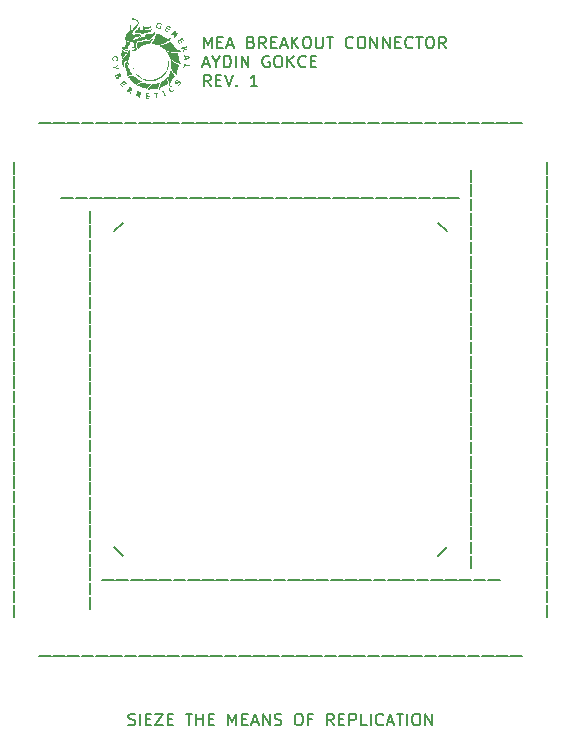
<source format=gbr>
%TF.GenerationSoftware,KiCad,Pcbnew,6.0.11-2627ca5db0~126~ubuntu22.04.1*%
%TF.CreationDate,2024-01-17T01:21:31-06:00*%
%TF.ProjectId,mea_breakout,6d65615f-6272-4656-916b-6f75742e6b69,1*%
%TF.SameCoordinates,Original*%
%TF.FileFunction,Legend,Top*%
%TF.FilePolarity,Positive*%
%FSLAX46Y46*%
G04 Gerber Fmt 4.6, Leading zero omitted, Abs format (unit mm)*
G04 Created by KiCad (PCBNEW 6.0.11-2627ca5db0~126~ubuntu22.04.1) date 2024-01-17 01:21:31*
%MOMM*%
%LPD*%
G01*
G04 APERTURE LIST*
%ADD10C,0.150000*%
%ADD11C,0.127000*%
G04 APERTURE END LIST*
D10*
X62160515Y-11724076D02*
X62160515Y-10724076D01*
X62493848Y-11438362D01*
X62827181Y-10724076D01*
X62827181Y-11724076D01*
X63303372Y-11200267D02*
X63636705Y-11200267D01*
X63779562Y-11724076D02*
X63303372Y-11724076D01*
X63303372Y-10724076D01*
X63779562Y-10724076D01*
X64160515Y-11438362D02*
X64636705Y-11438362D01*
X64065277Y-11724076D02*
X64398610Y-10724076D01*
X64731943Y-11724076D01*
X66160515Y-11200267D02*
X66303372Y-11247886D01*
X66350991Y-11295505D01*
X66398610Y-11390743D01*
X66398610Y-11533600D01*
X66350991Y-11628838D01*
X66303372Y-11676457D01*
X66208134Y-11724076D01*
X65827181Y-11724076D01*
X65827181Y-10724076D01*
X66160515Y-10724076D01*
X66255753Y-10771696D01*
X66303372Y-10819315D01*
X66350991Y-10914553D01*
X66350991Y-11009791D01*
X66303372Y-11105029D01*
X66255753Y-11152648D01*
X66160515Y-11200267D01*
X65827181Y-11200267D01*
X67398610Y-11724076D02*
X67065277Y-11247886D01*
X66827181Y-11724076D02*
X66827181Y-10724076D01*
X67208134Y-10724076D01*
X67303372Y-10771696D01*
X67350991Y-10819315D01*
X67398610Y-10914553D01*
X67398610Y-11057410D01*
X67350991Y-11152648D01*
X67303372Y-11200267D01*
X67208134Y-11247886D01*
X66827181Y-11247886D01*
X67827181Y-11200267D02*
X68160515Y-11200267D01*
X68303372Y-11724076D02*
X67827181Y-11724076D01*
X67827181Y-10724076D01*
X68303372Y-10724076D01*
X68684324Y-11438362D02*
X69160515Y-11438362D01*
X68589086Y-11724076D02*
X68922420Y-10724076D01*
X69255753Y-11724076D01*
X69589086Y-11724076D02*
X69589086Y-10724076D01*
X70160515Y-11724076D02*
X69731943Y-11152648D01*
X70160515Y-10724076D02*
X69589086Y-11295505D01*
X70779562Y-10724076D02*
X70970039Y-10724076D01*
X71065277Y-10771696D01*
X71160515Y-10866934D01*
X71208134Y-11057410D01*
X71208134Y-11390743D01*
X71160515Y-11581219D01*
X71065277Y-11676457D01*
X70970039Y-11724076D01*
X70779562Y-11724076D01*
X70684324Y-11676457D01*
X70589086Y-11581219D01*
X70541467Y-11390743D01*
X70541467Y-11057410D01*
X70589086Y-10866934D01*
X70684324Y-10771696D01*
X70779562Y-10724076D01*
X71636705Y-10724076D02*
X71636705Y-11533600D01*
X71684324Y-11628838D01*
X71731943Y-11676457D01*
X71827181Y-11724076D01*
X72017658Y-11724076D01*
X72112896Y-11676457D01*
X72160515Y-11628838D01*
X72208134Y-11533600D01*
X72208134Y-10724076D01*
X72541467Y-10724076D02*
X73112896Y-10724076D01*
X72827181Y-11724076D02*
X72827181Y-10724076D01*
X74779562Y-11628838D02*
X74731943Y-11676457D01*
X74589086Y-11724076D01*
X74493848Y-11724076D01*
X74350991Y-11676457D01*
X74255753Y-11581219D01*
X74208134Y-11485981D01*
X74160515Y-11295505D01*
X74160515Y-11152648D01*
X74208134Y-10962172D01*
X74255753Y-10866934D01*
X74350991Y-10771696D01*
X74493848Y-10724076D01*
X74589086Y-10724076D01*
X74731943Y-10771696D01*
X74779562Y-10819315D01*
X75398610Y-10724076D02*
X75589086Y-10724076D01*
X75684324Y-10771696D01*
X75779562Y-10866934D01*
X75827181Y-11057410D01*
X75827181Y-11390743D01*
X75779562Y-11581219D01*
X75684324Y-11676457D01*
X75589086Y-11724076D01*
X75398610Y-11724076D01*
X75303372Y-11676457D01*
X75208134Y-11581219D01*
X75160515Y-11390743D01*
X75160515Y-11057410D01*
X75208134Y-10866934D01*
X75303372Y-10771696D01*
X75398610Y-10724076D01*
X76255753Y-11724076D02*
X76255753Y-10724076D01*
X76827181Y-11724076D01*
X76827181Y-10724076D01*
X77303372Y-11724076D02*
X77303372Y-10724076D01*
X77874800Y-11724076D01*
X77874800Y-10724076D01*
X78350991Y-11200267D02*
X78684324Y-11200267D01*
X78827181Y-11724076D02*
X78350991Y-11724076D01*
X78350991Y-10724076D01*
X78827181Y-10724076D01*
X79827181Y-11628838D02*
X79779562Y-11676457D01*
X79636705Y-11724076D01*
X79541467Y-11724076D01*
X79398610Y-11676457D01*
X79303372Y-11581219D01*
X79255753Y-11485981D01*
X79208134Y-11295505D01*
X79208134Y-11152648D01*
X79255753Y-10962172D01*
X79303372Y-10866934D01*
X79398610Y-10771696D01*
X79541467Y-10724076D01*
X79636705Y-10724076D01*
X79779562Y-10771696D01*
X79827181Y-10819315D01*
X80112896Y-10724076D02*
X80684324Y-10724076D01*
X80398610Y-11724076D02*
X80398610Y-10724076D01*
X81208134Y-10724076D02*
X81398610Y-10724076D01*
X81493848Y-10771696D01*
X81589086Y-10866934D01*
X81636705Y-11057410D01*
X81636705Y-11390743D01*
X81589086Y-11581219D01*
X81493848Y-11676457D01*
X81398610Y-11724076D01*
X81208134Y-11724076D01*
X81112896Y-11676457D01*
X81017658Y-11581219D01*
X80970039Y-11390743D01*
X80970039Y-11057410D01*
X81017658Y-10866934D01*
X81112896Y-10771696D01*
X81208134Y-10724076D01*
X82636705Y-11724076D02*
X82303372Y-11247886D01*
X82065277Y-11724076D02*
X82065277Y-10724076D01*
X82446229Y-10724076D01*
X82541467Y-10771696D01*
X82589086Y-10819315D01*
X82636705Y-10914553D01*
X82636705Y-11057410D01*
X82589086Y-11152648D01*
X82541467Y-11200267D01*
X82446229Y-11247886D01*
X82065277Y-11247886D01*
X62112896Y-13048362D02*
X62589086Y-13048362D01*
X62017658Y-13334076D02*
X62350991Y-12334076D01*
X62684324Y-13334076D01*
X63208134Y-12857886D02*
X63208134Y-13334076D01*
X62874800Y-12334076D02*
X63208134Y-12857886D01*
X63541467Y-12334076D01*
X63874800Y-13334076D02*
X63874800Y-12334076D01*
X64112896Y-12334076D01*
X64255753Y-12381696D01*
X64350991Y-12476934D01*
X64398610Y-12572172D01*
X64446229Y-12762648D01*
X64446229Y-12905505D01*
X64398610Y-13095981D01*
X64350991Y-13191219D01*
X64255753Y-13286457D01*
X64112896Y-13334076D01*
X63874800Y-13334076D01*
X64874800Y-13334076D02*
X64874800Y-12334076D01*
X65350991Y-13334076D02*
X65350991Y-12334076D01*
X65922420Y-13334076D01*
X65922420Y-12334076D01*
X67684324Y-12381696D02*
X67589086Y-12334076D01*
X67446229Y-12334076D01*
X67303372Y-12381696D01*
X67208134Y-12476934D01*
X67160515Y-12572172D01*
X67112896Y-12762648D01*
X67112896Y-12905505D01*
X67160515Y-13095981D01*
X67208134Y-13191219D01*
X67303372Y-13286457D01*
X67446229Y-13334076D01*
X67541467Y-13334076D01*
X67684324Y-13286457D01*
X67731943Y-13238838D01*
X67731943Y-12905505D01*
X67541467Y-12905505D01*
X68350991Y-12334076D02*
X68541467Y-12334076D01*
X68636705Y-12381696D01*
X68731943Y-12476934D01*
X68779562Y-12667410D01*
X68779562Y-13000743D01*
X68731943Y-13191219D01*
X68636705Y-13286457D01*
X68541467Y-13334076D01*
X68350991Y-13334076D01*
X68255753Y-13286457D01*
X68160515Y-13191219D01*
X68112896Y-13000743D01*
X68112896Y-12667410D01*
X68160515Y-12476934D01*
X68255753Y-12381696D01*
X68350991Y-12334076D01*
X69208134Y-13334076D02*
X69208134Y-12334076D01*
X69779562Y-13334076D02*
X69350991Y-12762648D01*
X69779562Y-12334076D02*
X69208134Y-12905505D01*
X70779562Y-13238838D02*
X70731943Y-13286457D01*
X70589086Y-13334076D01*
X70493848Y-13334076D01*
X70350991Y-13286457D01*
X70255753Y-13191219D01*
X70208134Y-13095981D01*
X70160515Y-12905505D01*
X70160515Y-12762648D01*
X70208134Y-12572172D01*
X70255753Y-12476934D01*
X70350991Y-12381696D01*
X70493848Y-12334076D01*
X70589086Y-12334076D01*
X70731943Y-12381696D01*
X70779562Y-12429315D01*
X71208134Y-12810267D02*
X71541467Y-12810267D01*
X71684324Y-13334076D02*
X71208134Y-13334076D01*
X71208134Y-12334076D01*
X71684324Y-12334076D01*
X62731943Y-14944076D02*
X62398610Y-14467886D01*
X62160515Y-14944076D02*
X62160515Y-13944076D01*
X62541467Y-13944076D01*
X62636705Y-13991696D01*
X62684324Y-14039315D01*
X62731943Y-14134553D01*
X62731943Y-14277410D01*
X62684324Y-14372648D01*
X62636705Y-14420267D01*
X62541467Y-14467886D01*
X62160515Y-14467886D01*
X63160515Y-14420267D02*
X63493848Y-14420267D01*
X63636705Y-14944076D02*
X63160515Y-14944076D01*
X63160515Y-13944076D01*
X63636705Y-13944076D01*
X63922420Y-13944076D02*
X64255753Y-14944076D01*
X64589086Y-13944076D01*
X64922420Y-14848838D02*
X64970039Y-14896457D01*
X64922420Y-14944076D01*
X64874800Y-14896457D01*
X64922420Y-14848838D01*
X64922420Y-14944076D01*
X66684324Y-14944076D02*
X66112896Y-14944076D01*
X66398610Y-14944076D02*
X66398610Y-13944076D01*
X66303372Y-14086934D01*
X66208134Y-14182172D01*
X66112896Y-14229791D01*
X55759047Y-68994761D02*
X55901904Y-69042380D01*
X56140000Y-69042380D01*
X56235238Y-68994761D01*
X56282857Y-68947142D01*
X56330476Y-68851904D01*
X56330476Y-68756666D01*
X56282857Y-68661428D01*
X56235238Y-68613809D01*
X56140000Y-68566190D01*
X55949523Y-68518571D01*
X55854285Y-68470952D01*
X55806666Y-68423333D01*
X55759047Y-68328095D01*
X55759047Y-68232857D01*
X55806666Y-68137619D01*
X55854285Y-68090000D01*
X55949523Y-68042380D01*
X56187619Y-68042380D01*
X56330476Y-68090000D01*
X56759047Y-69042380D02*
X56759047Y-68042380D01*
X57235238Y-68518571D02*
X57568571Y-68518571D01*
X57711428Y-69042380D02*
X57235238Y-69042380D01*
X57235238Y-68042380D01*
X57711428Y-68042380D01*
X58044761Y-68042380D02*
X58711428Y-68042380D01*
X58044761Y-69042380D01*
X58711428Y-69042380D01*
X59092380Y-68518571D02*
X59425714Y-68518571D01*
X59568571Y-69042380D02*
X59092380Y-69042380D01*
X59092380Y-68042380D01*
X59568571Y-68042380D01*
X60616190Y-68042380D02*
X61187619Y-68042380D01*
X60901904Y-69042380D02*
X60901904Y-68042380D01*
X61520952Y-69042380D02*
X61520952Y-68042380D01*
X61520952Y-68518571D02*
X62092380Y-68518571D01*
X62092380Y-69042380D02*
X62092380Y-68042380D01*
X62568571Y-68518571D02*
X62901904Y-68518571D01*
X63044761Y-69042380D02*
X62568571Y-69042380D01*
X62568571Y-68042380D01*
X63044761Y-68042380D01*
X64235238Y-69042380D02*
X64235238Y-68042380D01*
X64568571Y-68756666D01*
X64901904Y-68042380D01*
X64901904Y-69042380D01*
X65378095Y-68518571D02*
X65711428Y-68518571D01*
X65854285Y-69042380D02*
X65378095Y-69042380D01*
X65378095Y-68042380D01*
X65854285Y-68042380D01*
X66235238Y-68756666D02*
X66711428Y-68756666D01*
X66140000Y-69042380D02*
X66473333Y-68042380D01*
X66806666Y-69042380D01*
X67140000Y-69042380D02*
X67140000Y-68042380D01*
X67711428Y-69042380D01*
X67711428Y-68042380D01*
X68140000Y-68994761D02*
X68282857Y-69042380D01*
X68520952Y-69042380D01*
X68616190Y-68994761D01*
X68663809Y-68947142D01*
X68711428Y-68851904D01*
X68711428Y-68756666D01*
X68663809Y-68661428D01*
X68616190Y-68613809D01*
X68520952Y-68566190D01*
X68330476Y-68518571D01*
X68235238Y-68470952D01*
X68187619Y-68423333D01*
X68140000Y-68328095D01*
X68140000Y-68232857D01*
X68187619Y-68137619D01*
X68235238Y-68090000D01*
X68330476Y-68042380D01*
X68568571Y-68042380D01*
X68711428Y-68090000D01*
X70092380Y-68042380D02*
X70282857Y-68042380D01*
X70378095Y-68090000D01*
X70473333Y-68185238D01*
X70520952Y-68375714D01*
X70520952Y-68709047D01*
X70473333Y-68899523D01*
X70378095Y-68994761D01*
X70282857Y-69042380D01*
X70092380Y-69042380D01*
X69997142Y-68994761D01*
X69901904Y-68899523D01*
X69854285Y-68709047D01*
X69854285Y-68375714D01*
X69901904Y-68185238D01*
X69997142Y-68090000D01*
X70092380Y-68042380D01*
X71282857Y-68518571D02*
X70949523Y-68518571D01*
X70949523Y-69042380D02*
X70949523Y-68042380D01*
X71425714Y-68042380D01*
X73140000Y-69042380D02*
X72806666Y-68566190D01*
X72568571Y-69042380D02*
X72568571Y-68042380D01*
X72949523Y-68042380D01*
X73044761Y-68090000D01*
X73092380Y-68137619D01*
X73140000Y-68232857D01*
X73140000Y-68375714D01*
X73092380Y-68470952D01*
X73044761Y-68518571D01*
X72949523Y-68566190D01*
X72568571Y-68566190D01*
X73568571Y-68518571D02*
X73901904Y-68518571D01*
X74044761Y-69042380D02*
X73568571Y-69042380D01*
X73568571Y-68042380D01*
X74044761Y-68042380D01*
X74473333Y-69042380D02*
X74473333Y-68042380D01*
X74854285Y-68042380D01*
X74949523Y-68090000D01*
X74997142Y-68137619D01*
X75044761Y-68232857D01*
X75044761Y-68375714D01*
X74997142Y-68470952D01*
X74949523Y-68518571D01*
X74854285Y-68566190D01*
X74473333Y-68566190D01*
X75949523Y-69042380D02*
X75473333Y-69042380D01*
X75473333Y-68042380D01*
X76282857Y-69042380D02*
X76282857Y-68042380D01*
X77330476Y-68947142D02*
X77282857Y-68994761D01*
X77140000Y-69042380D01*
X77044761Y-69042380D01*
X76901904Y-68994761D01*
X76806666Y-68899523D01*
X76759047Y-68804285D01*
X76711428Y-68613809D01*
X76711428Y-68470952D01*
X76759047Y-68280476D01*
X76806666Y-68185238D01*
X76901904Y-68090000D01*
X77044761Y-68042380D01*
X77140000Y-68042380D01*
X77282857Y-68090000D01*
X77330476Y-68137619D01*
X77711428Y-68756666D02*
X78187619Y-68756666D01*
X77616190Y-69042380D02*
X77949523Y-68042380D01*
X78282857Y-69042380D01*
X78473333Y-68042380D02*
X79044761Y-68042380D01*
X78759047Y-69042380D02*
X78759047Y-68042380D01*
X79378095Y-69042380D02*
X79378095Y-68042380D01*
X80044761Y-68042380D02*
X80235238Y-68042380D01*
X80330476Y-68090000D01*
X80425714Y-68185238D01*
X80473333Y-68375714D01*
X80473333Y-68709047D01*
X80425714Y-68899523D01*
X80330476Y-68994761D01*
X80235238Y-69042380D01*
X80044761Y-69042380D01*
X79949523Y-68994761D01*
X79854285Y-68899523D01*
X79806666Y-68709047D01*
X79806666Y-68375714D01*
X79854285Y-68185238D01*
X79949523Y-68090000D01*
X80044761Y-68042380D01*
X80901904Y-69042380D02*
X80901904Y-68042380D01*
X81473333Y-69042380D01*
X81473333Y-68042380D01*
D11*
%TO.C,U221*%
X52475000Y-25485000D02*
X52475000Y-26485000D01*
%TO.C,U205*%
X84805000Y-39965000D02*
X84805000Y-38965000D01*
%TO.C,U28*%
X56435000Y-63145000D02*
X55435000Y-63145000D01*
%TO.C,U30*%
X54015000Y-63145000D02*
X53015000Y-63145000D01*
%TO.C,U142*%
X63215000Y-56755000D02*
X64215000Y-56755000D01*
%TO.C,U152*%
X75315000Y-56755000D02*
X76315000Y-56755000D01*
%TO.C,U39*%
X53015000Y-18035000D02*
X54015000Y-18035000D01*
%TO.C,U149*%
X71685000Y-56755000D02*
X72685000Y-56755000D01*
%TO.C,U34*%
X49175000Y-63145000D02*
X48175000Y-63145000D01*
%TO.C,U172*%
X72854999Y-24425000D02*
X71854999Y-24425000D01*
%TO.C,U2*%
X87895000Y-63145000D02*
X86895000Y-63145000D01*
%TO.C,U131*%
X91195000Y-57635000D02*
X91195000Y-58635000D01*
%TO.C,U235*%
X52475000Y-42425000D02*
X52475000Y-43425000D01*
%TO.C,U115*%
X91195000Y-38274999D02*
X91195000Y-39274999D01*
%TO.C,U192*%
X84805000Y-55694999D02*
X84805000Y-54694999D01*
%TO.C,U19*%
X67325000Y-63145000D02*
X66325000Y-63145000D01*
%TO.C,U173*%
X71645000Y-24425000D02*
X70645000Y-24425000D01*
%TO.C,U134*%
X53535000Y-56755000D02*
X54535000Y-56755000D01*
%TO.C,U184*%
X58335000Y-24425000D02*
X57335000Y-24425000D01*
%TO.C,U242*%
X52475000Y-50894999D02*
X52475000Y-51894999D01*
%TO.C,U122*%
X91195000Y-46745000D02*
X91195000Y-47745000D01*
%TO.C,U132*%
X91195000Y-58845000D02*
X91195000Y-59845000D01*
%TO.C,U35*%
X48175000Y-18035000D02*
X49175000Y-18035000D01*
%TO.C,U16*%
X70955000Y-63145000D02*
X69955000Y-63145000D01*
%TO.C,U89*%
X46085000Y-35645000D02*
X46085000Y-34645000D01*
%TO.C,U217*%
X84805000Y-25444999D02*
X84805000Y-24444999D01*
%TO.C,U146*%
X68055000Y-56755000D02*
X69055000Y-56755000D01*
%TO.C,U226*%
X52475000Y-31535000D02*
X52475000Y-32535000D01*
%TO.C,U176*%
X68015000Y-24425000D02*
X67015000Y-24425000D01*
%TO.C,U182*%
X60754999Y-24425000D02*
X59754999Y-24425000D01*
%TO.C,U106*%
X91195000Y-27385000D02*
X91195000Y-28385000D01*
%TO.C,U75*%
X46085000Y-52585000D02*
X46085000Y-51585000D01*
%TO.C,U169*%
X76485000Y-24425000D02*
X75485000Y-24425000D01*
%TO.C,U65*%
X84475000Y-18035000D02*
X85475000Y-18035000D01*
%TO.C,U25*%
X60065000Y-63145000D02*
X59065000Y-63145000D01*
%TO.C,U22*%
X63695000Y-63145000D02*
X62695000Y-63145000D01*
%TO.C,U70*%
X46085000Y-58635000D02*
X46085000Y-57635000D01*
%TO.C,U98*%
X46085000Y-24755000D02*
X46085000Y-23755000D01*
%TO.C,U139*%
X59585000Y-56755000D02*
X60585000Y-56755000D01*
%TO.C,U136*%
X55955000Y-56755000D02*
X56955000Y-56755000D01*
%TO.C,U51*%
X67535000Y-18035000D02*
X68535000Y-18035000D01*
%TO.C,U228*%
X52475000Y-33955000D02*
X52475000Y-34955000D01*
%TO.C,U79*%
X46085000Y-47745000D02*
X46085000Y-46745000D01*
%TO.C,U43*%
X57855000Y-18035000D02*
X58855000Y-18035000D01*
%TO.C,U56*%
X73585000Y-18035000D02*
X74585000Y-18035000D01*
%TO.C,U58*%
X76005000Y-18035000D02*
X77005000Y-18035000D01*
%TO.C,U110*%
X91195000Y-32225000D02*
X91195000Y-33225000D01*
%TO.C,U121*%
X91195000Y-45535000D02*
X91195000Y-46535000D01*
%TO.C,U96*%
X46085000Y-27175000D02*
X46085000Y-26175000D01*
%TO.C,U238*%
X52475000Y-46055000D02*
X52475000Y-47055000D01*
%TO.C,U71*%
X46085000Y-57425000D02*
X46085000Y-56425000D01*
%TO.C,U76*%
X46085000Y-51375001D02*
X46085000Y-50375001D01*
%TO.C,U251*%
X54562853Y-53960040D02*
X55269960Y-54667147D01*
%TO.C,U73*%
X46085000Y-55005000D02*
X46085000Y-54005000D01*
%TO.C,U239*%
X52475000Y-47265000D02*
X52475000Y-48265000D01*
%TO.C,U188*%
X53494999Y-24425000D02*
X52494999Y-24425000D01*
%TO.C,U252*%
X82010039Y-54667147D02*
X82717146Y-53960040D01*
%TO.C,U153*%
X76525000Y-56755000D02*
X77525000Y-56755000D01*
%TO.C,U244*%
X52475000Y-53315000D02*
X52475000Y-54315000D01*
%TO.C,U141*%
X62005000Y-56755000D02*
X63005000Y-56755000D01*
%TO.C,U103*%
X91195000Y-23755000D02*
X91195000Y-24755000D01*
%TO.C,G\u002A\u002A\u002A*%
G36*
X58025233Y-10336373D02*
G01*
X58018943Y-10366998D01*
X58007460Y-10408754D01*
X57992398Y-10456470D01*
X57975368Y-10504979D01*
X57957983Y-10549110D01*
X57945038Y-10577520D01*
X57873812Y-10698022D01*
X57790245Y-10799131D01*
X57694046Y-10881113D01*
X57584922Y-10944237D01*
X57513762Y-10972950D01*
X57473392Y-10985920D01*
X57444314Y-10991027D01*
X57416365Y-10988860D01*
X57381598Y-10980598D01*
X57280281Y-10964662D01*
X57172794Y-10967379D01*
X57064801Y-10987612D01*
X56961969Y-11024223D01*
X56869962Y-11076075D01*
X56856079Y-11086118D01*
X56831696Y-11103547D01*
X56816153Y-11113058D01*
X56814316Y-11113652D01*
X56809481Y-11103522D01*
X56803708Y-11078320D01*
X56802193Y-11069483D01*
X56783941Y-11023150D01*
X56746192Y-10977780D01*
X56692439Y-10936130D01*
X56626173Y-10900957D01*
X56558419Y-10877035D01*
X56541604Y-10871590D01*
X56540515Y-10867576D01*
X56557596Y-10863721D01*
X56593009Y-10859032D01*
X56656721Y-10855611D01*
X56726657Y-10858864D01*
X56794195Y-10867884D01*
X56850714Y-10881764D01*
X56866840Y-10887835D01*
X56893571Y-10897955D01*
X56908761Y-10901041D01*
X56910076Y-10900048D01*
X56905289Y-10886719D01*
X56893287Y-10860953D01*
X56887852Y-10850105D01*
X56857903Y-10806450D01*
X56812122Y-10758642D01*
X56755696Y-10712014D01*
X56748556Y-10706823D01*
X56719836Y-10686240D01*
X56777484Y-10693314D01*
X56849257Y-10712752D01*
X56919856Y-10751828D01*
X56961425Y-10785515D01*
X56984761Y-10805145D01*
X57001350Y-10810280D01*
X57020317Y-10803148D01*
X57024402Y-10800895D01*
X57057865Y-10773696D01*
X57093059Y-10731428D01*
X57124899Y-10681052D01*
X57147057Y-10632995D01*
X57161976Y-10598191D01*
X57177136Y-10571752D01*
X57183763Y-10564066D01*
X57209744Y-10551384D01*
X57254876Y-10538672D01*
X57315264Y-10526622D01*
X57387011Y-10515925D01*
X57466219Y-10507274D01*
X57531408Y-10502347D01*
X57636792Y-10492885D01*
X57725033Y-10477254D01*
X57801636Y-10453624D01*
X57872104Y-10420165D01*
X57941943Y-10375047D01*
X57964309Y-10358420D01*
X57994166Y-10337111D01*
X58016244Y-10324110D01*
X58024720Y-10322047D01*
X58025233Y-10336373D01*
G37*
G36*
X57096379Y-14623513D02*
G01*
X57180972Y-14653257D01*
X57280789Y-14693041D01*
X57377082Y-14719904D01*
X57479103Y-14735989D01*
X57565527Y-14742294D01*
X57707904Y-14748719D01*
X57649383Y-14782506D01*
X57592067Y-14822788D01*
X57531084Y-14877745D01*
X57472491Y-14941141D01*
X57422344Y-15006741D01*
X57404673Y-15034432D01*
X57383065Y-15072495D01*
X57367142Y-15103791D01*
X57359891Y-15122380D01*
X57359736Y-15123787D01*
X57355650Y-15132315D01*
X57341592Y-15135681D01*
X57314865Y-15133572D01*
X57272768Y-15125676D01*
X57212604Y-15111679D01*
X57175260Y-15102385D01*
X57080334Y-15077062D01*
X56999264Y-15051914D01*
X56923084Y-15023800D01*
X56842831Y-14989583D01*
X56809003Y-14974142D01*
X56711720Y-14934521D01*
X56627598Y-14912185D01*
X56554846Y-14906860D01*
X56491673Y-14918275D01*
X56477023Y-14923773D01*
X56454847Y-14932089D01*
X56445000Y-14932087D01*
X56448214Y-14921566D01*
X56465218Y-14898321D01*
X56496744Y-14860151D01*
X56499033Y-14857433D01*
X56579386Y-14777021D01*
X56672493Y-14709288D01*
X56773188Y-14657269D01*
X56876308Y-14623997D01*
X56906049Y-14618269D01*
X57004541Y-14611037D01*
X57096379Y-14623513D01*
G37*
G36*
X59320343Y-11133549D02*
G01*
X59345236Y-11156464D01*
X59378761Y-11190645D01*
X59417922Y-11232812D01*
X59459724Y-11279684D01*
X59501169Y-11327979D01*
X59539263Y-11374417D01*
X59565038Y-11407660D01*
X59600134Y-11457379D01*
X59634215Y-11510533D01*
X59661627Y-11558144D01*
X59669144Y-11572968D01*
X59713616Y-11642514D01*
X59779415Y-11709655D01*
X59866913Y-11774647D01*
X59976483Y-11837746D01*
X60108496Y-11899208D01*
X60193167Y-11933315D01*
X60229502Y-11948138D01*
X60255397Y-11960380D01*
X60265228Y-11967369D01*
X60254237Y-11973660D01*
X60223129Y-11981995D01*
X60174698Y-11991833D01*
X60111741Y-12002629D01*
X60037054Y-12013841D01*
X59999419Y-12019004D01*
X59938201Y-12025865D01*
X59865912Y-12031918D01*
X59787785Y-12036934D01*
X59709054Y-12040686D01*
X59634951Y-12042946D01*
X59570708Y-12043485D01*
X59521559Y-12042077D01*
X59504266Y-12040569D01*
X59370840Y-12021895D01*
X59256523Y-12000454D01*
X59157400Y-11974798D01*
X59069558Y-11943474D01*
X58989083Y-11905032D01*
X58912062Y-11858021D01*
X58834580Y-11800991D01*
X58814587Y-11784922D01*
X58771445Y-11752273D01*
X58714889Y-11713116D01*
X58649935Y-11670566D01*
X58581600Y-11627740D01*
X58514900Y-11587755D01*
X58454852Y-11553728D01*
X58406472Y-11528776D01*
X58391289Y-11521940D01*
X58345528Y-11502694D01*
X58506944Y-11465810D01*
X58671235Y-11423524D01*
X58825152Y-11374457D01*
X58965773Y-11319781D01*
X59090176Y-11260669D01*
X59195437Y-11198293D01*
X59224488Y-11177918D01*
X59260015Y-11152807D01*
X59288840Y-11134185D01*
X59305649Y-11125446D01*
X59307080Y-11125182D01*
X59320343Y-11133549D01*
G37*
G36*
X55416862Y-14463748D02*
G01*
X55438231Y-14482147D01*
X55444801Y-14489493D01*
X55465889Y-14514662D01*
X55496268Y-14551092D01*
X55530520Y-14592282D01*
X55542819Y-14607101D01*
X55611014Y-14689313D01*
X55582914Y-14717413D01*
X55554814Y-14745512D01*
X55482653Y-14659042D01*
X55451094Y-14622184D01*
X55424720Y-14593161D01*
X55407116Y-14575823D01*
X55402204Y-14572629D01*
X55388541Y-14579314D01*
X55365897Y-14595626D01*
X55362240Y-14598571D01*
X55330564Y-14624456D01*
X55399712Y-14707717D01*
X55429806Y-14744964D01*
X55453276Y-14775936D01*
X55466827Y-14796182D01*
X55468860Y-14801051D01*
X55461128Y-14815434D01*
X55444837Y-14832863D01*
X55431350Y-14843767D01*
X55420024Y-14845441D01*
X55405826Y-14835436D01*
X55383725Y-14811298D01*
X55371579Y-14797178D01*
X55340754Y-14761268D01*
X55311591Y-14727364D01*
X55294717Y-14707801D01*
X55267089Y-14675849D01*
X55215816Y-14720339D01*
X55164543Y-14764830D01*
X55237230Y-14853784D01*
X55270109Y-14894477D01*
X55290158Y-14921539D01*
X55299300Y-14939061D01*
X55299459Y-14951135D01*
X55292557Y-14961851D01*
X55289599Y-14965190D01*
X55269859Y-14982099D01*
X55256655Y-14987462D01*
X55244891Y-14978999D01*
X55221781Y-14956000D01*
X55190511Y-14921833D01*
X55154264Y-14879867D01*
X55148910Y-14873484D01*
X55113210Y-14829992D01*
X55083708Y-14792560D01*
X55063193Y-14764837D01*
X55054456Y-14750475D01*
X55054333Y-14749720D01*
X55062928Y-14739784D01*
X55086143Y-14718178D01*
X55120641Y-14687697D01*
X55163086Y-14651138D01*
X55210139Y-14611297D01*
X55258465Y-14570969D01*
X55304727Y-14532952D01*
X55345587Y-14500042D01*
X55377708Y-14475033D01*
X55397754Y-14460724D01*
X55401794Y-14458569D01*
X55416862Y-14463748D01*
G37*
G36*
X58284997Y-15467991D02*
G01*
X58291296Y-15482148D01*
X58293644Y-15505855D01*
X58292170Y-15523585D01*
X58284351Y-15534831D01*
X58265092Y-15542771D01*
X58229296Y-15550583D01*
X58218701Y-15552599D01*
X58180748Y-15560960D01*
X58153789Y-15569187D01*
X58143758Y-15575390D01*
X58145809Y-15590733D01*
X58151084Y-15620973D01*
X58155848Y-15646146D01*
X58168416Y-15711735D01*
X58180464Y-15776463D01*
X58191298Y-15836387D01*
X58200223Y-15887564D01*
X58206546Y-15926053D01*
X58209571Y-15947909D01*
X58209605Y-15951398D01*
X58197905Y-15954942D01*
X58172650Y-15960837D01*
X58169690Y-15961476D01*
X58140493Y-15964167D01*
X58127712Y-15955217D01*
X58127344Y-15954176D01*
X58122688Y-15934309D01*
X58114566Y-15893660D01*
X58103348Y-15834187D01*
X58089402Y-15757847D01*
X58073097Y-15666595D01*
X58072579Y-15663673D01*
X58058569Y-15584507D01*
X58006043Y-15591317D01*
X57968095Y-15597081D01*
X57936206Y-15603329D01*
X57928721Y-15605233D01*
X57910595Y-15606440D01*
X57900461Y-15592828D01*
X57895917Y-15575879D01*
X57891865Y-15549310D01*
X57892931Y-15534459D01*
X57893198Y-15534132D01*
X57906620Y-15529384D01*
X57935529Y-15522793D01*
X57960591Y-15518095D01*
X57998557Y-15511491D01*
X58051178Y-15502294D01*
X58110401Y-15491913D01*
X58149522Y-15485038D01*
X58201171Y-15476527D01*
X58244320Y-15470494D01*
X58274012Y-15467561D01*
X58284997Y-15467991D01*
G37*
G36*
X59108903Y-12575777D02*
G01*
X59110243Y-12577928D01*
X59117739Y-12596854D01*
X59128156Y-12631642D01*
X59139538Y-12675619D01*
X59142350Y-12687461D01*
X59152646Y-12748547D01*
X59159938Y-12826617D01*
X59164218Y-12915792D01*
X59165477Y-13010191D01*
X59163706Y-13103936D01*
X59158899Y-13191145D01*
X59151046Y-13265941D01*
X59143218Y-13310066D01*
X59091206Y-13494149D01*
X59021554Y-13664135D01*
X58933395Y-13821752D01*
X58825864Y-13968725D01*
X58794263Y-14005822D01*
X58661819Y-14139650D01*
X58516109Y-14254671D01*
X58357560Y-14350636D01*
X58186596Y-14427294D01*
X58003641Y-14484396D01*
X57966330Y-14493293D01*
X57912475Y-14502670D01*
X57842660Y-14510729D01*
X57763275Y-14517134D01*
X57680714Y-14521550D01*
X57601367Y-14523639D01*
X57531625Y-14523066D01*
X57477882Y-14519494D01*
X57475033Y-14519142D01*
X57289772Y-14484128D01*
X57112932Y-14428364D01*
X56945914Y-14352981D01*
X56790121Y-14259110D01*
X56646955Y-14147883D01*
X56517819Y-14020432D01*
X56404113Y-13877888D01*
X56307241Y-13721382D01*
X56228604Y-13552045D01*
X56208040Y-13496810D01*
X56193855Y-13453950D01*
X56184831Y-13421597D01*
X56182070Y-13404049D01*
X56183811Y-13402371D01*
X56194988Y-13419205D01*
X56195476Y-13423162D01*
X56200472Y-13438616D01*
X56213797Y-13469710D01*
X56233272Y-13511555D01*
X56251163Y-13548174D01*
X56342178Y-13705767D01*
X56451416Y-13851281D01*
X56576833Y-13982889D01*
X56716386Y-14098765D01*
X56868034Y-14197082D01*
X57029732Y-14276013D01*
X57091692Y-14299935D01*
X57167130Y-14326301D01*
X57231040Y-14346344D01*
X57288819Y-14360921D01*
X57345864Y-14370888D01*
X57407571Y-14377101D01*
X57479338Y-14380418D01*
X57566560Y-14381695D01*
X57607625Y-14381828D01*
X57690418Y-14381746D01*
X57754686Y-14381012D01*
X57804962Y-14379242D01*
X57845779Y-14376052D01*
X57881670Y-14371061D01*
X57917168Y-14363885D01*
X57956806Y-14354141D01*
X57967156Y-14351452D01*
X58136284Y-14298096D01*
X58295837Y-14228046D01*
X58408256Y-14166019D01*
X58465713Y-14129751D01*
X58518417Y-14091691D01*
X58571897Y-14047388D01*
X58631680Y-13992392D01*
X58669497Y-13955731D01*
X58797441Y-13816542D01*
X58903561Y-13671168D01*
X58988640Y-13517980D01*
X59053459Y-13355349D01*
X59098800Y-13181646D01*
X59124211Y-13008351D01*
X59128184Y-12943947D01*
X59129127Y-12869259D01*
X59127318Y-12790613D01*
X59123032Y-12714336D01*
X59116546Y-12646754D01*
X59108136Y-12594193D01*
X59105649Y-12583693D01*
X59103050Y-12569392D01*
X59108903Y-12575777D01*
G37*
G36*
X58289554Y-10496245D02*
G01*
X58396692Y-10517306D01*
X58504303Y-10558323D01*
X58609217Y-10618260D01*
X58651066Y-10648330D01*
X58744864Y-10717584D01*
X58826691Y-10772169D01*
X58900350Y-10814235D01*
X58969646Y-10845932D01*
X59038382Y-10869410D01*
X59046107Y-10871593D01*
X59118608Y-10888157D01*
X59179420Y-10892938D01*
X59236669Y-10885948D01*
X59285078Y-10871989D01*
X59319552Y-10860777D01*
X59343847Y-10854171D01*
X59351617Y-10853393D01*
X59347300Y-10863781D01*
X59332909Y-10888213D01*
X59311401Y-10921709D01*
X59307966Y-10926875D01*
X59249934Y-10999264D01*
X59174239Y-11068367D01*
X59079555Y-11135113D01*
X58964555Y-11200431D01*
X58827911Y-11265248D01*
X58818476Y-11269367D01*
X58756048Y-11295101D01*
X58684290Y-11322389D01*
X58606901Y-11350056D01*
X58527580Y-11376925D01*
X58450028Y-11401821D01*
X58377941Y-11423567D01*
X58315020Y-11440989D01*
X58264964Y-11452909D01*
X58231471Y-11458152D01*
X58224466Y-11458202D01*
X58205439Y-11453593D01*
X58172221Y-11442749D01*
X58132228Y-11428103D01*
X58012151Y-11387885D01*
X57890223Y-11359893D01*
X57766916Y-11342798D01*
X57637963Y-11329493D01*
X57731463Y-11241750D01*
X57844401Y-11124014D01*
X57935003Y-11003333D01*
X58003929Y-10878488D01*
X58051840Y-10748259D01*
X58079395Y-10611426D01*
X58081332Y-10594814D01*
X58087268Y-10555136D01*
X58094824Y-10525097D01*
X58101811Y-10511872D01*
X58119195Y-10506495D01*
X58151911Y-10500574D01*
X58186058Y-10496178D01*
X58289554Y-10496245D01*
G37*
G36*
X59376501Y-13494542D02*
G01*
X59400579Y-13558105D01*
X59432663Y-13631165D01*
X59469001Y-13706015D01*
X59505836Y-13774949D01*
X59539417Y-13830259D01*
X59541592Y-13833484D01*
X59567526Y-13867400D01*
X59603408Y-13909006D01*
X59642283Y-13950308D01*
X59649620Y-13957645D01*
X59721551Y-14028737D01*
X59665776Y-14107531D01*
X59632368Y-14152868D01*
X59590886Y-14206504D01*
X59548408Y-14259359D01*
X59532459Y-14278564D01*
X59472053Y-14353899D01*
X59422987Y-14424178D01*
X59382630Y-14494728D01*
X59348352Y-14570880D01*
X59317522Y-14657962D01*
X59287509Y-14761303D01*
X59279791Y-14790434D01*
X59264194Y-14848919D01*
X59252920Y-14887361D01*
X59244973Y-14908151D01*
X59239356Y-14913686D01*
X59235073Y-14906357D01*
X59233699Y-14901169D01*
X59225792Y-14869008D01*
X59215207Y-14827569D01*
X59210335Y-14808931D01*
X59181643Y-14682908D01*
X59160135Y-14552179D01*
X59146444Y-14422939D01*
X59141202Y-14301383D01*
X59145042Y-14193705D01*
X59146235Y-14181107D01*
X59156265Y-14107157D01*
X59169797Y-14042054D01*
X59185642Y-13990501D01*
X59202611Y-13957203D01*
X59202976Y-13956727D01*
X59217155Y-13930736D01*
X59234811Y-13886781D01*
X59254603Y-13829450D01*
X59275191Y-13763330D01*
X59295234Y-13693008D01*
X59313391Y-13623071D01*
X59328324Y-13558106D01*
X59338690Y-13502700D01*
X59341403Y-13483012D01*
X59349490Y-13413834D01*
X59376501Y-13494542D01*
G37*
G36*
X59442669Y-14899723D02*
G01*
X59458945Y-14919584D01*
X59474826Y-14949411D01*
X59470930Y-14967713D01*
X59446766Y-14975604D01*
X59434037Y-14976113D01*
X59378601Y-14986290D01*
X59325435Y-15013867D01*
X59296731Y-15038969D01*
X59273566Y-15079235D01*
X59268501Y-15125615D01*
X59278957Y-15174020D01*
X59302356Y-15220358D01*
X59336119Y-15260540D01*
X59377667Y-15290475D01*
X59424422Y-15306073D01*
X59464657Y-15305331D01*
X59505061Y-15288067D01*
X59544742Y-15255090D01*
X59576958Y-15212948D01*
X59591099Y-15182578D01*
X59605055Y-15151397D01*
X59620160Y-15142700D01*
X59639296Y-15155977D01*
X59652080Y-15171781D01*
X59677686Y-15206415D01*
X59649696Y-15250753D01*
X59599809Y-15313323D01*
X59542014Y-15358049D01*
X59479335Y-15383949D01*
X59414800Y-15390044D01*
X59351435Y-15375349D01*
X59318446Y-15358220D01*
X59261349Y-15310736D01*
X59218038Y-15251734D01*
X59191063Y-15186256D01*
X59182975Y-15119348D01*
X59185332Y-15094914D01*
X59205619Y-15037066D01*
X59244509Y-14983430D01*
X59297546Y-14938249D01*
X59360274Y-14905760D01*
X59395131Y-14895315D01*
X59424035Y-14891426D01*
X59442669Y-14899723D01*
G37*
G36*
X54631374Y-14020541D02*
G01*
X54629465Y-14013122D01*
X54640495Y-14007439D01*
X54669250Y-13993549D01*
X54712545Y-13972965D01*
X54732096Y-13963747D01*
X54927593Y-13963747D01*
X54945012Y-14005436D01*
X54965036Y-14044527D01*
X54987004Y-14073789D01*
X55006665Y-14087818D01*
X55010215Y-14088323D01*
X55028056Y-14083337D01*
X55043018Y-14076388D01*
X55060239Y-14057064D01*
X55061811Y-14024965D01*
X55047562Y-13978780D01*
X55023864Y-13929307D01*
X55013206Y-13931115D01*
X54988382Y-13939595D01*
X54974836Y-13944845D01*
X54927593Y-13963747D01*
X54732096Y-13963747D01*
X54767196Y-13947198D01*
X54830017Y-13917763D01*
X54843934Y-13911264D01*
X55054913Y-13812798D01*
X55096189Y-13901559D01*
X55116839Y-13951700D01*
X55133238Y-14002150D01*
X55142319Y-14043286D01*
X55142852Y-14047969D01*
X55144636Y-14084538D01*
X55139472Y-14107892D01*
X55124570Y-14127495D01*
X55117374Y-14134442D01*
X55088334Y-14154643D01*
X55053408Y-14161964D01*
X55035561Y-14162161D01*
X55003720Y-14162870D01*
X54988771Y-14168683D01*
X54984666Y-14182376D01*
X54984611Y-14185537D01*
X54974011Y-14223008D01*
X54945582Y-14257062D01*
X54908531Y-14279782D01*
X54874934Y-14291599D01*
X54847460Y-14293301D01*
X54817430Y-14287410D01*
X54783871Y-14273466D01*
X54753192Y-14247516D01*
X54722687Y-14206415D01*
X54689651Y-14147018D01*
X54680092Y-14127734D01*
X54658370Y-14082171D01*
X54658181Y-14081755D01*
X54741934Y-14081755D01*
X54754419Y-14110462D01*
X54780075Y-14153116D01*
X54782487Y-14156941D01*
X54812790Y-14191952D01*
X54846463Y-14204584D01*
X54885553Y-14195480D01*
X54893131Y-14191685D01*
X54911252Y-14171385D01*
X54915433Y-14154436D01*
X54911009Y-14127259D01*
X54899734Y-14092444D01*
X54884600Y-14056726D01*
X54868597Y-14026840D01*
X54854719Y-14009522D01*
X54850206Y-14007615D01*
X54831674Y-14012381D01*
X54801409Y-14024487D01*
X54784127Y-14032497D01*
X54756727Y-14047454D01*
X54742683Y-14062313D01*
X54741934Y-14081755D01*
X54658181Y-14081755D01*
X54641485Y-14044978D01*
X54631374Y-14020541D01*
G37*
G36*
X57288122Y-15523777D02*
G01*
X57312493Y-15526529D01*
X57353476Y-15529982D01*
X57404658Y-15533629D01*
X57443326Y-15536038D01*
X57567271Y-15543288D01*
X57567271Y-15623320D01*
X57446209Y-15615210D01*
X57325147Y-15607101D01*
X57325147Y-15653285D01*
X57326642Y-15683166D01*
X57335305Y-15697733D01*
X57357401Y-15704713D01*
X57368383Y-15706615D01*
X57404248Y-15710577D01*
X57450926Y-15713227D01*
X57483680Y-15713889D01*
X57555741Y-15714015D01*
X57555741Y-15796943D01*
X57313617Y-15780439D01*
X57313617Y-15919103D01*
X57420267Y-15927396D01*
X57467583Y-15931422D01*
X57505696Y-15935318D01*
X57529114Y-15938489D01*
X57533642Y-15939642D01*
X57536869Y-15952531D01*
X57535300Y-15978111D01*
X57535216Y-15978692D01*
X57532710Y-15992947D01*
X57527828Y-16002999D01*
X57517260Y-16009235D01*
X57497700Y-16012043D01*
X57465838Y-16011809D01*
X57418366Y-16008921D01*
X57351976Y-16003767D01*
X57333607Y-16002295D01*
X57287562Y-15997933D01*
X57250799Y-15993187D01*
X57228997Y-15988845D01*
X57225674Y-15987338D01*
X57224448Y-15974511D01*
X57224696Y-15942988D01*
X57226173Y-15897067D01*
X57228633Y-15841047D01*
X57231832Y-15779227D01*
X57235525Y-15715904D01*
X57239465Y-15655379D01*
X57243408Y-15601949D01*
X57247108Y-15559913D01*
X57250320Y-15533571D01*
X57251940Y-15527035D01*
X57265614Y-15522584D01*
X57288122Y-15523777D01*
G37*
G36*
X60322303Y-10838281D02*
G01*
X60341701Y-10864210D01*
X60368572Y-10902214D01*
X60400327Y-10948690D01*
X60409886Y-10962948D01*
X60497860Y-11094722D01*
X60470900Y-11115460D01*
X60448852Y-11130470D01*
X60435367Y-11136455D01*
X60425794Y-11127562D01*
X60406786Y-11103363D01*
X60381415Y-11067929D01*
X60361753Y-11038975D01*
X60296710Y-10941238D01*
X60262389Y-10961149D01*
X60237494Y-10978397D01*
X60223176Y-10993527D01*
X60222731Y-10994492D01*
X60226530Y-11009206D01*
X60241053Y-11038049D01*
X60263754Y-11076296D01*
X60281689Y-11103957D01*
X60345984Y-11199990D01*
X60320018Y-11219962D01*
X60297374Y-11233474D01*
X60282523Y-11236556D01*
X60271987Y-11226453D01*
X60252240Y-11202231D01*
X60226962Y-11168892D01*
X60199832Y-11131437D01*
X60174531Y-11094866D01*
X60154739Y-11064182D01*
X60150870Y-11057648D01*
X60140380Y-11052427D01*
X60119563Y-11058674D01*
X60086117Y-11077495D01*
X60037740Y-11109992D01*
X60029372Y-11115889D01*
X60030568Y-11128347D01*
X60043631Y-11155745D01*
X60066685Y-11194507D01*
X60086164Y-11224139D01*
X60154260Y-11324387D01*
X60127759Y-11345847D01*
X60105724Y-11361300D01*
X60091669Y-11367306D01*
X60082185Y-11358197D01*
X60062766Y-11333195D01*
X60035968Y-11295794D01*
X60004347Y-11249485D01*
X59993709Y-11233478D01*
X59958139Y-11178787D01*
X59934403Y-11139839D01*
X59921001Y-11113563D01*
X59916431Y-11096889D01*
X59919193Y-11086748D01*
X59920984Y-11084747D01*
X59937988Y-11071284D01*
X59969332Y-11048924D01*
X60011466Y-11019991D01*
X60060842Y-10986811D01*
X60113908Y-10951708D01*
X60167116Y-10917007D01*
X60216915Y-10885034D01*
X60259755Y-10858112D01*
X60292087Y-10838567D01*
X60310362Y-10828723D01*
X60312964Y-10828031D01*
X60322303Y-10838281D01*
G37*
G36*
X56050148Y-14060579D02*
G01*
X56095608Y-14062311D01*
X56130136Y-14066396D01*
X56159791Y-14073689D01*
X56190632Y-14085040D01*
X56204496Y-14090839D01*
X56249339Y-14113210D01*
X56301849Y-14144227D01*
X56351919Y-14177846D01*
X56360148Y-14183898D01*
X56462179Y-14257507D01*
X56572485Y-14332250D01*
X56684995Y-14404270D01*
X56793641Y-14469706D01*
X56892355Y-14524699D01*
X56912558Y-14535229D01*
X56973490Y-14566515D01*
X56898546Y-14573586D01*
X56781316Y-14594348D01*
X56674859Y-14634249D01*
X56575975Y-14694725D01*
X56514019Y-14745953D01*
X56450718Y-14803807D01*
X56354682Y-14738583D01*
X56238616Y-14654787D01*
X56133611Y-14569014D01*
X56042352Y-14483765D01*
X55967525Y-14401537D01*
X55914133Y-14328544D01*
X55870663Y-14270545D01*
X55821323Y-14228343D01*
X55761246Y-14199066D01*
X55685563Y-14179841D01*
X55653603Y-14174833D01*
X55590921Y-14166212D01*
X55636266Y-14142949D01*
X55714255Y-14106464D01*
X55785628Y-14081977D01*
X55858750Y-14067521D01*
X55941988Y-14061130D01*
X55987698Y-14060350D01*
X56050148Y-14060579D01*
G37*
G36*
X58780501Y-15288011D02*
G01*
X58786295Y-15294838D01*
X58799865Y-15322919D01*
X58792430Y-15343096D01*
X58778620Y-15351949D01*
X58770296Y-15357259D01*
X58766660Y-15365848D01*
X58768639Y-15381187D01*
X58777164Y-15406749D01*
X58793163Y-15446006D01*
X58817564Y-15502429D01*
X58820957Y-15510189D01*
X58847223Y-15569304D01*
X58866653Y-15610093D01*
X58881125Y-15635577D01*
X58892515Y-15648779D01*
X58902702Y-15652723D01*
X58908985Y-15651911D01*
X58938132Y-15653701D01*
X58958015Y-15671801D01*
X58962369Y-15689946D01*
X58951591Y-15705876D01*
X58918995Y-15726243D01*
X58876299Y-15746183D01*
X58835941Y-15763325D01*
X58804561Y-15776253D01*
X58787459Y-15782799D01*
X58785911Y-15783194D01*
X58778592Y-15774000D01*
X58768214Y-15753827D01*
X58757351Y-15727947D01*
X58757294Y-15716709D01*
X58768693Y-15714051D01*
X58772490Y-15714015D01*
X58787431Y-15710206D01*
X58793783Y-15697119D01*
X58791101Y-15672266D01*
X58778942Y-15633161D01*
X58756863Y-15577315D01*
X58741801Y-15541959D01*
X58717033Y-15485252D01*
X58699070Y-15446584D01*
X58685732Y-15422758D01*
X58674842Y-15410575D01*
X58664220Y-15406835D01*
X58651687Y-15408343D01*
X58650896Y-15408515D01*
X58626366Y-15409194D01*
X58611082Y-15393593D01*
X58607103Y-15385547D01*
X58601455Y-15370784D01*
X58602915Y-15359543D01*
X58615010Y-15348547D01*
X58641267Y-15334518D01*
X58682623Y-15315359D01*
X58726207Y-15295953D01*
X58753829Y-15285564D01*
X58770318Y-15283235D01*
X58780501Y-15288011D01*
G37*
G36*
X56538641Y-15330023D02*
G01*
X56552821Y-15335477D01*
X56568294Y-15341725D01*
X56619376Y-15360657D01*
X56638283Y-15482570D01*
X56647216Y-15541014D01*
X56655762Y-15598381D01*
X56662677Y-15646262D01*
X56665453Y-15666389D01*
X56673717Y-15728295D01*
X56718848Y-15597211D01*
X56737345Y-15543576D01*
X56753815Y-15495990D01*
X56766399Y-15459808D01*
X56773031Y-15440966D01*
X56781658Y-15424535D01*
X56795744Y-15422154D01*
X56817256Y-15429081D01*
X56841409Y-15441570D01*
X56852368Y-15453894D01*
X56852428Y-15454629D01*
X56848726Y-15469719D01*
X56838643Y-15501789D01*
X56823711Y-15546161D01*
X56805461Y-15598155D01*
X56805121Y-15599106D01*
X56783602Y-15659481D01*
X56762058Y-15720337D01*
X56743290Y-15773737D01*
X56732221Y-15805572D01*
X56717906Y-15843198D01*
X56704897Y-15870691D01*
X56695989Y-15882144D01*
X56695938Y-15882156D01*
X56678396Y-15880513D01*
X56650514Y-15873356D01*
X56648881Y-15872840D01*
X56625873Y-15862737D01*
X56613446Y-15846533D01*
X56606453Y-15816562D01*
X56605191Y-15807785D01*
X56593257Y-15722054D01*
X56582168Y-15644853D01*
X56572384Y-15579221D01*
X56564366Y-15528194D01*
X56558574Y-15494811D01*
X56556046Y-15483421D01*
X56550613Y-15487465D01*
X56539230Y-15510072D01*
X56523321Y-15547956D01*
X56504310Y-15597830D01*
X56493948Y-15626628D01*
X56473768Y-15683318D01*
X56456222Y-15731752D01*
X56442754Y-15768016D01*
X56434807Y-15788192D01*
X56433416Y-15790979D01*
X56421141Y-15790186D01*
X56396192Y-15783166D01*
X56392402Y-15781872D01*
X56366932Y-15769269D01*
X56361222Y-15754556D01*
X56362511Y-15750113D01*
X56368665Y-15733253D01*
X56380994Y-15698750D01*
X56398036Y-15650719D01*
X56418330Y-15593276D01*
X56432657Y-15552599D01*
X56459564Y-15475692D01*
X56479918Y-15417911D01*
X56495298Y-15376802D01*
X56507283Y-15349912D01*
X56517450Y-15334788D01*
X56527376Y-15328976D01*
X56538641Y-15330023D01*
G37*
G36*
X54877595Y-13106812D02*
G01*
X54884731Y-13131494D01*
X54885732Y-13136507D01*
X54888306Y-13160480D01*
X54882861Y-13179491D01*
X54865864Y-13200626D01*
X54842712Y-13222775D01*
X54808932Y-13253179D01*
X54776687Y-13281018D01*
X54760989Y-13293881D01*
X54741696Y-13311644D01*
X54734983Y-13323275D01*
X54735449Y-13324167D01*
X54748059Y-13330705D01*
X54776951Y-13343358D01*
X54816917Y-13359880D01*
X54836942Y-13367906D01*
X54882619Y-13386475D01*
X54911273Y-13400349D01*
X54927401Y-13413116D01*
X54935498Y-13428362D01*
X54940064Y-13449676D01*
X54940159Y-13450240D01*
X54944499Y-13478825D01*
X54946107Y-13495157D01*
X54945924Y-13496433D01*
X54935281Y-13493036D01*
X54907352Y-13482400D01*
X54866157Y-13466099D01*
X54815720Y-13445705D01*
X54805900Y-13441692D01*
X54743805Y-13416721D01*
X54697188Y-13399980D01*
X54660327Y-13390625D01*
X54627499Y-13387817D01*
X54592982Y-13390712D01*
X54551054Y-13398470D01*
X54535061Y-13401858D01*
X54496684Y-13409497D01*
X54468499Y-13414001D01*
X54456743Y-13414412D01*
X54452764Y-13401857D01*
X54447544Y-13375592D01*
X54446737Y-13370747D01*
X54440217Y-13330568D01*
X54534771Y-13315859D01*
X54629326Y-13301150D01*
X54746190Y-13198958D01*
X54789659Y-13161414D01*
X54826965Y-13130074D01*
X54854691Y-13107743D01*
X54869424Y-13097222D01*
X54870665Y-13096766D01*
X54877595Y-13106812D01*
G37*
G36*
X57809331Y-10908731D02*
G01*
X57801945Y-10969988D01*
X57778734Y-11033432D01*
X57742079Y-11097842D01*
X57714526Y-11135545D01*
X57676564Y-11181042D01*
X57633021Y-11229194D01*
X57588721Y-11274859D01*
X57548490Y-11312898D01*
X57517153Y-11338168D01*
X57515387Y-11339346D01*
X57495245Y-11346689D01*
X57457621Y-11355436D01*
X57407954Y-11364476D01*
X57353503Y-11372461D01*
X57240118Y-11389899D01*
X57142708Y-11411371D01*
X57054281Y-11438824D01*
X56967846Y-11474208D01*
X56937858Y-11488299D01*
X56825828Y-11552109D01*
X56728625Y-11627309D01*
X56649087Y-11711449D01*
X56603673Y-11777333D01*
X56596425Y-11784985D01*
X56588197Y-11780542D01*
X56576833Y-11761073D01*
X56560183Y-11723649D01*
X56554838Y-11710896D01*
X56516208Y-11606897D01*
X56492765Y-11516037D01*
X56483659Y-11434885D01*
X56483476Y-11422162D01*
X56489739Y-11352877D01*
X56509750Y-11298983D01*
X56545343Y-11256130D01*
X56557716Y-11245999D01*
X56584150Y-11228541D01*
X56612052Y-11217865D01*
X56649235Y-11211749D01*
X56688649Y-11208777D01*
X56736395Y-11204517D01*
X56777123Y-11196345D01*
X56819380Y-11181829D01*
X56871710Y-11158541D01*
X56881252Y-11153999D01*
X56971227Y-11114659D01*
X57055683Y-11086649D01*
X57141393Y-11068588D01*
X57235133Y-11059094D01*
X57343677Y-11056787D01*
X57357422Y-11056920D01*
X57529236Y-11059033D01*
X57610166Y-11011767D01*
X57658936Y-10981617D01*
X57709176Y-10947904D01*
X57750054Y-10917898D01*
X57750246Y-10917747D01*
X57809395Y-10870992D01*
X57809331Y-10908731D01*
G37*
G36*
X54709701Y-12381507D02*
G01*
X54774974Y-12407125D01*
X54827816Y-12447970D01*
X54846452Y-12471093D01*
X54861319Y-12496072D01*
X54870002Y-12521925D01*
X54874068Y-12556024D01*
X54875078Y-12605737D01*
X54875078Y-12605953D01*
X54870096Y-12680579D01*
X54855009Y-12734667D01*
X54829609Y-12768504D01*
X54793687Y-12782380D01*
X54751134Y-12777757D01*
X54735554Y-12771583D01*
X54733447Y-12761681D01*
X54745642Y-12742910D01*
X54759478Y-12726072D01*
X54790111Y-12676235D01*
X54804898Y-12621946D01*
X54803298Y-12569220D01*
X54784770Y-12524075D01*
X54778410Y-12515806D01*
X54738462Y-12484953D01*
X54687062Y-12467374D01*
X54630498Y-12462911D01*
X54575058Y-12471412D01*
X54527030Y-12492720D01*
X54495297Y-12522779D01*
X54481353Y-12558735D01*
X54477388Y-12606141D01*
X54483128Y-12655792D01*
X54498299Y-12698484D01*
X54500657Y-12702566D01*
X54516470Y-12733410D01*
X54515318Y-12749878D01*
X54495599Y-12754791D01*
X54471950Y-12753111D01*
X54442631Y-12746198D01*
X54423372Y-12730616D01*
X54410988Y-12701694D01*
X54402298Y-12654765D01*
X54401655Y-12650001D01*
X54400318Y-12571642D01*
X54417269Y-12503155D01*
X54451121Y-12446902D01*
X54500483Y-12405242D01*
X54559687Y-12381521D01*
X54636453Y-12372508D01*
X54709701Y-12381507D01*
G37*
G36*
X59057985Y-9783707D02*
G01*
X59086703Y-9795451D01*
X59127980Y-9814804D01*
X59177984Y-9840026D01*
X59198012Y-9850540D01*
X59342792Y-9927346D01*
X59325230Y-9961307D01*
X59311011Y-9984396D01*
X59299979Y-9994998D01*
X59299317Y-9995076D01*
X59286139Y-9989859D01*
X59257641Y-9976012D01*
X59218736Y-9955971D01*
X59194686Y-9943192D01*
X59152170Y-9920805D01*
X59117377Y-9903303D01*
X59095208Y-9893111D01*
X59090171Y-9891501D01*
X59081335Y-9900493D01*
X59068215Y-9921939D01*
X59055111Y-9947539D01*
X59046321Y-9968996D01*
X59045465Y-9977788D01*
X59056475Y-9984021D01*
X59083124Y-9998426D01*
X59120644Y-10018435D01*
X59141079Y-10029258D01*
X59183055Y-10051851D01*
X59217276Y-10071031D01*
X59238552Y-10083855D01*
X59242516Y-10086766D01*
X59244707Y-10102233D01*
X59237581Y-10125933D01*
X59225494Y-10147527D01*
X59213064Y-10156684D01*
X59198854Y-10151468D01*
X59169496Y-10137449D01*
X59129972Y-10117073D01*
X59104494Y-10103383D01*
X59061844Y-10081567D01*
X59026686Y-10066256D01*
X59003810Y-10059393D01*
X58997967Y-10060146D01*
X58987629Y-10075309D01*
X58970633Y-10103235D01*
X58958594Y-10123990D01*
X58927964Y-10177769D01*
X59022992Y-10226336D01*
X59075654Y-10253417D01*
X59110657Y-10272698D01*
X59130827Y-10286968D01*
X59138993Y-10299013D01*
X59137979Y-10311620D01*
X59130614Y-10327575D01*
X59128950Y-10330790D01*
X59114849Y-10353321D01*
X59103896Y-10362982D01*
X59103312Y-10362972D01*
X59090676Y-10357258D01*
X59061769Y-10342440D01*
X59020502Y-10320572D01*
X58970785Y-10293707D01*
X58954295Y-10284700D01*
X58813629Y-10207676D01*
X58925853Y-9998282D01*
X58959991Y-9934892D01*
X58990687Y-9878471D01*
X59016203Y-9832169D01*
X59034797Y-9799137D01*
X59044731Y-9782527D01*
X59045654Y-9781312D01*
X59057985Y-9783707D01*
G37*
G36*
X60508905Y-12402492D02*
G01*
X60472210Y-12392618D01*
X60452023Y-12382631D01*
X60442300Y-12367594D01*
X60437221Y-12343954D01*
X60435259Y-12312658D01*
X60442523Y-12301241D01*
X60443122Y-12301215D01*
X60458707Y-12303980D01*
X60491802Y-12311518D01*
X60537625Y-12322694D01*
X60591397Y-12336373D01*
X60594076Y-12337068D01*
X60660595Y-12354218D01*
X60731509Y-12372309D01*
X60797044Y-12388854D01*
X60835950Y-12398549D01*
X60939718Y-12424177D01*
X60943148Y-12475935D01*
X60946578Y-12527692D01*
X60715609Y-12639283D01*
X60648466Y-12671600D01*
X60588465Y-12700243D01*
X60538651Y-12723779D01*
X60502067Y-12740775D01*
X60481756Y-12749796D01*
X60478702Y-12750874D01*
X60475006Y-12740625D01*
X60472928Y-12714977D01*
X60472763Y-12704020D01*
X60474072Y-12676407D01*
X60481535Y-12659197D01*
X60500462Y-12645723D01*
X60530140Y-12631960D01*
X60563447Y-12616065D01*
X60580581Y-12602174D01*
X60586910Y-12584063D01*
X60587789Y-12565125D01*
X60586288Y-12526304D01*
X60582220Y-12481687D01*
X60580851Y-12470895D01*
X60580724Y-12469968D01*
X60656885Y-12469968D01*
X60661121Y-12512583D01*
X60664217Y-12529227D01*
X60671195Y-12564117D01*
X60749469Y-12527786D01*
X60785853Y-12509636D01*
X60811107Y-12494570D01*
X60820669Y-12485377D01*
X60820317Y-12484508D01*
X60805663Y-12477926D01*
X60776370Y-12468737D01*
X60755242Y-12463098D01*
X60717816Y-12453662D01*
X60687347Y-12445900D01*
X60677416Y-12443327D01*
X60662269Y-12447191D01*
X60656885Y-12469968D01*
X60580724Y-12469968D01*
X60573641Y-12418292D01*
X60508905Y-12402492D01*
G37*
G36*
X55299696Y-11895853D02*
G01*
X55396819Y-11955013D01*
X55487300Y-11996550D01*
X55569186Y-12019681D01*
X55620492Y-12024501D01*
X55676987Y-12024501D01*
X55657660Y-12061973D01*
X55614765Y-12129745D01*
X55559349Y-12195272D01*
X55513671Y-12237437D01*
X55448090Y-12291143D01*
X55397488Y-12335609D01*
X55358419Y-12375461D01*
X55327438Y-12415327D01*
X55301100Y-12459834D01*
X55275961Y-12513610D01*
X55248575Y-12581282D01*
X55238726Y-12606753D01*
X55232958Y-12613139D01*
X55226175Y-12602022D01*
X55217482Y-12571347D01*
X55211115Y-12543339D01*
X55188373Y-12418169D01*
X55175021Y-12298035D01*
X55170985Y-12185916D01*
X55176190Y-12084789D01*
X55190561Y-11997633D01*
X55214025Y-11927426D01*
X55227206Y-11902677D01*
X55251595Y-11863215D01*
X55299696Y-11895853D01*
G37*
G36*
X60533438Y-13069287D02*
G01*
X60591491Y-13076416D01*
X60601056Y-13077723D01*
X60668170Y-13086931D01*
X60740731Y-13096808D01*
X60807703Y-13105855D01*
X60838832Y-13110023D01*
X60945482Y-13124236D01*
X60945482Y-13161705D01*
X60942974Y-13189105D01*
X60936893Y-13204437D01*
X60936453Y-13204753D01*
X60922938Y-13205057D01*
X60891292Y-13202776D01*
X60846227Y-13198461D01*
X60792459Y-13192662D01*
X60734701Y-13185929D01*
X60677666Y-13178813D01*
X60626069Y-13171863D01*
X60584623Y-13165629D01*
X60558043Y-13160661D01*
X60557525Y-13160537D01*
X60543717Y-13159434D01*
X60534552Y-13167418D01*
X60527430Y-13189131D01*
X60520053Y-13227494D01*
X60513336Y-13269732D01*
X60508732Y-13305687D01*
X60507353Y-13324480D01*
X60502585Y-13360737D01*
X60485840Y-13379556D01*
X60453455Y-13385009D01*
X60452891Y-13385009D01*
X60426270Y-13383369D01*
X60417093Y-13375591D01*
X60419359Y-13359068D01*
X60423465Y-13337104D01*
X60429073Y-13298291D01*
X60435349Y-13248720D01*
X60439810Y-13209813D01*
X60446099Y-13157965D01*
X60452539Y-13114173D01*
X60458269Y-13083830D01*
X60461628Y-13073069D01*
X60471601Y-13067717D01*
X60494506Y-13066422D01*
X60533438Y-13069287D01*
G37*
G36*
X58991575Y-11971873D02*
G01*
X59023236Y-11984901D01*
X59044524Y-11994220D01*
X59154592Y-12034613D01*
X59279871Y-12066513D01*
X59413733Y-12088833D01*
X59549552Y-12100484D01*
X59680700Y-12100380D01*
X59688742Y-12099950D01*
X59748882Y-12096582D01*
X59805011Y-12093541D01*
X59850713Y-12091167D01*
X59878876Y-12089830D01*
X59924888Y-12087915D01*
X59950659Y-12178183D01*
X59981600Y-12296323D01*
X60003190Y-12403517D01*
X60017104Y-12509070D01*
X60022620Y-12577928D01*
X60027324Y-12640309D01*
X60033109Y-12686022D01*
X60041295Y-12721458D01*
X60053203Y-12753007D01*
X60062980Y-12773312D01*
X60099307Y-12830879D01*
X60150884Y-12893828D01*
X60212645Y-12956632D01*
X60279523Y-13013767D01*
X60292439Y-13023561D01*
X60326272Y-13049147D01*
X60343281Y-13064082D01*
X60345397Y-13071125D01*
X60334553Y-13073039D01*
X60327028Y-13072987D01*
X60302630Y-13069853D01*
X60262061Y-13061924D01*
X60211398Y-13050472D01*
X60167226Y-13039512D01*
X60011872Y-12993750D01*
X59864443Y-12939243D01*
X59727200Y-12877307D01*
X59602405Y-12809261D01*
X59492321Y-12736421D01*
X59399209Y-12660104D01*
X59325331Y-12581627D01*
X59286705Y-12526828D01*
X59262594Y-12480897D01*
X59241647Y-12430569D01*
X59232758Y-12402642D01*
X59213972Y-12345782D01*
X59186043Y-12280285D01*
X59151729Y-12211048D01*
X59113786Y-12142967D01*
X59074973Y-12080940D01*
X59038048Y-12029863D01*
X59005768Y-11994633D01*
X59000478Y-11990206D01*
X58981848Y-11974676D01*
X58978330Y-11968515D01*
X58991575Y-11971873D01*
G37*
G36*
X58461394Y-14615949D02*
G01*
X58452874Y-14626572D01*
X58423585Y-14668788D01*
X58393446Y-14728673D01*
X58364399Y-14801010D01*
X58338388Y-14880577D01*
X58317354Y-14962155D01*
X58306117Y-15020876D01*
X58299393Y-15059449D01*
X58293316Y-15087870D01*
X58289467Y-15099431D01*
X58267768Y-15110418D01*
X58227131Y-15121343D01*
X58171676Y-15131727D01*
X58105520Y-15141088D01*
X58032783Y-15148946D01*
X57957582Y-15154819D01*
X57884035Y-15158228D01*
X57816262Y-15158691D01*
X57789105Y-15157827D01*
X57732356Y-15155642D01*
X57690537Y-15156081D01*
X57655568Y-15160280D01*
X57619368Y-15169376D01*
X57573857Y-15184505D01*
X57556999Y-15190454D01*
X57504649Y-15210429D01*
X57455357Y-15231686D01*
X57416737Y-15250844D01*
X57404230Y-15258298D01*
X57378170Y-15274212D01*
X57362155Y-15281427D01*
X57359736Y-15280763D01*
X57364714Y-15268216D01*
X57378151Y-15239886D01*
X57397799Y-15200411D01*
X57414165Y-15168398D01*
X57459748Y-15087661D01*
X57511304Y-15008918D01*
X57565000Y-14937366D01*
X57617005Y-14878200D01*
X57652577Y-14845094D01*
X57698526Y-14812106D01*
X57749772Y-14782640D01*
X57799672Y-14759933D01*
X57841584Y-14747227D01*
X57856520Y-14745631D01*
X57880464Y-14743368D01*
X57922106Y-14737276D01*
X57976574Y-14728244D01*
X58038996Y-14717163D01*
X58104498Y-14704923D01*
X58168209Y-14692414D01*
X58225254Y-14680526D01*
X58270763Y-14670151D01*
X58273966Y-14669361D01*
X58325532Y-14655261D01*
X58379940Y-14638436D01*
X58408539Y-14628607D01*
X58443078Y-14616379D01*
X58459540Y-14612213D01*
X58461394Y-14615949D01*
G37*
G36*
X59321175Y-12680009D02*
G01*
X59343861Y-12697743D01*
X59375922Y-12724266D01*
X59395031Y-12740524D01*
X59500779Y-12824349D01*
X59615473Y-12902941D01*
X59733474Y-12972953D01*
X59849144Y-13031039D01*
X59956808Y-13073842D01*
X60003590Y-13091842D01*
X60028843Y-13107552D01*
X60034453Y-13118499D01*
X60030482Y-13156009D01*
X60020363Y-13208021D01*
X60005969Y-13267417D01*
X59989179Y-13327081D01*
X59971868Y-13379897D01*
X59955913Y-13418747D01*
X59954637Y-13421259D01*
X59933181Y-13470886D01*
X59914895Y-13527504D01*
X59907444Y-13559616D01*
X59902450Y-13600163D01*
X59898641Y-13656802D01*
X59896082Y-13723703D01*
X59894835Y-13795032D01*
X59894962Y-13864958D01*
X59896527Y-13927650D01*
X59899593Y-13977276D01*
X59902684Y-14001221D01*
X59906081Y-14027900D01*
X59904693Y-14041686D01*
X59903738Y-14042204D01*
X59893574Y-14034541D01*
X59870256Y-14013511D01*
X59836936Y-13982054D01*
X59796766Y-13943110D01*
X59783226Y-13929789D01*
X59661752Y-13803275D01*
X59561367Y-13684128D01*
X59481611Y-13571516D01*
X59422021Y-13464605D01*
X59382135Y-13362562D01*
X59361491Y-13264553D01*
X59359628Y-13169747D01*
X59359913Y-13166283D01*
X59362194Y-13109923D01*
X59361120Y-13040693D01*
X59357186Y-12964939D01*
X59350884Y-12889007D01*
X59342709Y-12819242D01*
X59333153Y-12761991D01*
X59326322Y-12734118D01*
X59317095Y-12701420D01*
X59312091Y-12679469D01*
X59311863Y-12674250D01*
X59321175Y-12680009D01*
G37*
G36*
X55801140Y-15073554D02*
G01*
X55835829Y-15025370D01*
X55863836Y-14987267D01*
X55883002Y-14962182D01*
X55891167Y-14953054D01*
X55891184Y-14953053D01*
X55902767Y-14959057D01*
X55927999Y-14974845D01*
X55961560Y-14997084D01*
X55963723Y-14998550D01*
X56025877Y-15046291D01*
X56070599Y-15092693D01*
X56095773Y-15135465D01*
X56098540Y-15144406D01*
X56098119Y-15186042D01*
X56080081Y-15227923D01*
X56049112Y-15264436D01*
X56009898Y-15289970D01*
X55969518Y-15298945D01*
X55943195Y-15301589D01*
X55930308Y-15308072D01*
X55930049Y-15309253D01*
X55931165Y-15324437D01*
X55934174Y-15357193D01*
X55938572Y-15402157D01*
X55942145Y-15437435D01*
X55946802Y-15486831D01*
X55949799Y-15526891D01*
X55950810Y-15552606D01*
X55950137Y-15559414D01*
X55939098Y-15556086D01*
X55916078Y-15542893D01*
X55904391Y-15535222D01*
X55862750Y-15506926D01*
X55854586Y-15391776D01*
X55850358Y-15338562D01*
X55845836Y-15303449D01*
X55839674Y-15281502D01*
X55830522Y-15267789D01*
X55818057Y-15258040D01*
X55797283Y-15246006D01*
X55787345Y-15243258D01*
X55779847Y-15253725D01*
X55762288Y-15277745D01*
X55738316Y-15310329D01*
X55735833Y-15313695D01*
X55686668Y-15380328D01*
X55652229Y-15355806D01*
X55629128Y-15334216D01*
X55627904Y-15318129D01*
X55628004Y-15317997D01*
X55637639Y-15304692D01*
X55658243Y-15275747D01*
X55687531Y-15234388D01*
X55723216Y-15183844D01*
X55728359Y-15176542D01*
X55844051Y-15176542D01*
X55845190Y-15183965D01*
X55866632Y-15199162D01*
X55897266Y-15215098D01*
X55926608Y-15226759D01*
X55940836Y-15229696D01*
X55960407Y-15222357D01*
X55984072Y-15204697D01*
X56003061Y-15180367D01*
X56010757Y-15157929D01*
X56002319Y-15137257D01*
X55981669Y-15111121D01*
X55955803Y-15086603D01*
X55931719Y-15070786D01*
X55922268Y-15068350D01*
X55907755Y-15077020D01*
X55888335Y-15098686D01*
X55868349Y-15126837D01*
X55852141Y-15154960D01*
X55844051Y-15176542D01*
X55728359Y-15176542D01*
X55761930Y-15128881D01*
X55801140Y-15073554D01*
G37*
G36*
X59084130Y-14152344D02*
G01*
X59076877Y-14183180D01*
X59071824Y-14231925D01*
X59068984Y-14293531D01*
X59068369Y-14362951D01*
X59069994Y-14435139D01*
X59073870Y-14505048D01*
X59080010Y-14567630D01*
X59083007Y-14588866D01*
X59091427Y-14643987D01*
X59096048Y-14680720D01*
X59096852Y-14703426D01*
X59093819Y-14716465D01*
X59086931Y-14724196D01*
X59082408Y-14727204D01*
X59035669Y-14755093D01*
X58980517Y-14786502D01*
X58921877Y-14818792D01*
X58864670Y-14849325D01*
X58813821Y-14875462D01*
X58774253Y-14894565D01*
X58754931Y-14902693D01*
X58645457Y-14950871D01*
X58553038Y-15010460D01*
X58478873Y-15080270D01*
X58424162Y-15159111D01*
X58390104Y-15245793D01*
X58384655Y-15270121D01*
X58381713Y-15276710D01*
X58379691Y-15262228D01*
X58378674Y-15228647D01*
X58378744Y-15177940D01*
X58379281Y-15143294D01*
X58387525Y-15003870D01*
X58406961Y-14882251D01*
X58438395Y-14775654D01*
X58482633Y-14681295D01*
X58536164Y-14601842D01*
X58555869Y-14577431D01*
X58574604Y-14556828D01*
X58595858Y-14537296D01*
X58623122Y-14516096D01*
X58659885Y-14490489D01*
X58709637Y-14457737D01*
X58766363Y-14421196D01*
X58862835Y-14351074D01*
X58959928Y-14264953D01*
X58984652Y-14240411D01*
X59023264Y-14202055D01*
X59054483Y-14172751D01*
X59075734Y-14154778D01*
X59084444Y-14150415D01*
X59084130Y-14152344D01*
G37*
G36*
X59728725Y-10209084D02*
G01*
X59752139Y-10226160D01*
X59764613Y-10236661D01*
X59804711Y-10271867D01*
X59758256Y-10450797D01*
X59742532Y-10511732D01*
X59729085Y-10564553D01*
X59718894Y-10605355D01*
X59712938Y-10630234D01*
X59711801Y-10635988D01*
X59718911Y-10631015D01*
X59737899Y-10612380D01*
X59765258Y-10583594D01*
X59778097Y-10569655D01*
X59816668Y-10527558D01*
X59856642Y-10484148D01*
X59889995Y-10448139D01*
X59892870Y-10445053D01*
X59941347Y-10393044D01*
X59970665Y-10422100D01*
X59999984Y-10451157D01*
X59838446Y-10629636D01*
X59789747Y-10683123D01*
X59746062Y-10730501D01*
X59709813Y-10769191D01*
X59683421Y-10796616D01*
X59669309Y-10810199D01*
X59667862Y-10811180D01*
X59654881Y-10805621D01*
X59633891Y-10787998D01*
X59627809Y-10781880D01*
X59596800Y-10749513D01*
X59647541Y-10548219D01*
X59663644Y-10483750D01*
X59677390Y-10427582D01*
X59687928Y-10383292D01*
X59694405Y-10354458D01*
X59696041Y-10344650D01*
X59687994Y-10351945D01*
X59667261Y-10373564D01*
X59636523Y-10406635D01*
X59598462Y-10448290D01*
X59574890Y-10474359D01*
X59532900Y-10519975D01*
X59495491Y-10558762D01*
X59465671Y-10587747D01*
X59446442Y-10603953D01*
X59441556Y-10606344D01*
X59423570Y-10598479D01*
X59406459Y-10583501D01*
X59392907Y-10564273D01*
X59396084Y-10548619D01*
X59401790Y-10540886D01*
X59421673Y-10517504D01*
X59451826Y-10483495D01*
X59489356Y-10441977D01*
X59531367Y-10396069D01*
X59574965Y-10348892D01*
X59617255Y-10303564D01*
X59655343Y-10263204D01*
X59686334Y-10230932D01*
X59707333Y-10209867D01*
X59715276Y-10203071D01*
X59728725Y-10209084D01*
G37*
G36*
X59896855Y-14360609D02*
G01*
X59924002Y-14372886D01*
X59945958Y-14390427D01*
X59953530Y-14405391D01*
X59944349Y-14416787D01*
X59920414Y-14433696D01*
X59899367Y-14445745D01*
X59856142Y-14474946D01*
X59822714Y-14509648D01*
X59801055Y-14545822D01*
X59793141Y-14579438D01*
X59800948Y-14606464D01*
X59814811Y-14618285D01*
X59834341Y-14626929D01*
X59851523Y-14627439D01*
X59871493Y-14617673D01*
X59899384Y-14595487D01*
X59925733Y-14572000D01*
X59981139Y-14526505D01*
X60027561Y-14500029D01*
X60068161Y-14491993D01*
X60106103Y-14501815D01*
X60144549Y-14528916D01*
X60147218Y-14531332D01*
X60173602Y-14558199D01*
X60186294Y-14582132D01*
X60190135Y-14613921D01*
X60190285Y-14627356D01*
X60179557Y-14688721D01*
X60149320Y-14750374D01*
X60102493Y-14807248D01*
X60070962Y-14834475D01*
X60035505Y-14859538D01*
X60010306Y-14869940D01*
X59988571Y-14866546D01*
X59963511Y-14850220D01*
X59961245Y-14848449D01*
X59937639Y-14827178D01*
X59934315Y-14812837D01*
X59952131Y-14800676D01*
X59971224Y-14793205D01*
X60016923Y-14770439D01*
X60056465Y-14739367D01*
X60087523Y-14703751D01*
X60107774Y-14667357D01*
X60114890Y-14633948D01*
X60106548Y-14607289D01*
X60093040Y-14596037D01*
X60075675Y-14587989D01*
X60060319Y-14586541D01*
X60042209Y-14593696D01*
X60016581Y-14611459D01*
X59978672Y-14641831D01*
X59972909Y-14646550D01*
X59920631Y-14686211D01*
X59878636Y-14709545D01*
X59842450Y-14717941D01*
X59807598Y-14712792D01*
X59786777Y-14704407D01*
X59743615Y-14672787D01*
X59718932Y-14629383D01*
X59713444Y-14577118D01*
X59727872Y-14518917D01*
X59736540Y-14500052D01*
X59760728Y-14462192D01*
X59793508Y-14423001D01*
X59828984Y-14388530D01*
X59861260Y-14364832D01*
X59873900Y-14359055D01*
X59896855Y-14360609D01*
G37*
G36*
X55922108Y-11661880D02*
G01*
X55932280Y-11774746D01*
X55937500Y-11872668D01*
X55937913Y-11963191D01*
X55933669Y-12053861D01*
X55930543Y-12093679D01*
X55917539Y-12213297D01*
X55899998Y-12316288D01*
X55876398Y-12408891D01*
X55845217Y-12497340D01*
X55815148Y-12566399D01*
X55780315Y-12647875D01*
X55758684Y-12717414D01*
X55749145Y-12781159D01*
X55750589Y-12845253D01*
X55756788Y-12889432D01*
X55769766Y-12939418D01*
X55791720Y-13000434D01*
X55819519Y-13065547D01*
X55850033Y-13127826D01*
X55880134Y-13180339D01*
X55901839Y-13210691D01*
X55919640Y-13234963D01*
X55921962Y-13245962D01*
X55911247Y-13244921D01*
X55889936Y-13233076D01*
X55860472Y-13211663D01*
X55825298Y-13181918D01*
X55802121Y-13160248D01*
X55732805Y-13079087D01*
X55679812Y-12985216D01*
X55642346Y-12876796D01*
X55619609Y-12751989D01*
X55617800Y-12735514D01*
X55612201Y-12686072D01*
X55606647Y-12645750D01*
X55601905Y-12619709D01*
X55599529Y-12612782D01*
X55589388Y-12617676D01*
X55568547Y-12636199D01*
X55541321Y-12664476D01*
X55538485Y-12667610D01*
X55474566Y-12755030D01*
X55424099Y-12859132D01*
X55388011Y-12977236D01*
X55367233Y-13106661D01*
X55362883Y-13174542D01*
X55360625Y-13220923D01*
X55357512Y-13257113D01*
X55354050Y-13278032D01*
X55352237Y-13281192D01*
X55344743Y-13271382D01*
X55331198Y-13245310D01*
X55314202Y-13208088D01*
X55309724Y-13197651D01*
X55276586Y-13113530D01*
X55254372Y-13040839D01*
X55241350Y-12971732D01*
X55235787Y-12898364D01*
X55235257Y-12860407D01*
X55239583Y-12774004D01*
X55253871Y-12698878D01*
X55280335Y-12630032D01*
X55321190Y-12562475D01*
X55378654Y-12491211D01*
X55417772Y-12449010D01*
X55534865Y-12316388D01*
X55641202Y-12174510D01*
X55734202Y-12027526D01*
X55811281Y-11879588D01*
X55869859Y-11734847D01*
X55878700Y-11707999D01*
X55915016Y-11593267D01*
X55922108Y-11661880D01*
G37*
G36*
X60270003Y-11660340D02*
G01*
X60306179Y-11646922D01*
X60307557Y-11646443D01*
X60343202Y-11633957D01*
X60394462Y-11615881D01*
X60455232Y-11594373D01*
X60519408Y-11571591D01*
X60538248Y-11564889D01*
X60701736Y-11506701D01*
X60737136Y-11599405D01*
X60762445Y-11678671D01*
X60771527Y-11742719D01*
X60764167Y-11792928D01*
X60740148Y-11830676D01*
X60699254Y-11857343D01*
X60696457Y-11858538D01*
X60636283Y-11873460D01*
X60580627Y-11865889D01*
X60560919Y-11857310D01*
X60535111Y-11847246D01*
X60517845Y-11846458D01*
X60517424Y-11846691D01*
X60506946Y-11859736D01*
X60490177Y-11887216D01*
X60473110Y-11918691D01*
X60440791Y-11979088D01*
X60413797Y-12024832D01*
X60393350Y-12054067D01*
X60380667Y-12064939D01*
X60377921Y-12063536D01*
X60370796Y-12046655D01*
X60360590Y-12017736D01*
X60358118Y-12010186D01*
X60352440Y-11989829D01*
X60351509Y-11971975D01*
X60356932Y-11951494D01*
X60370311Y-11923253D01*
X60393254Y-11882121D01*
X60404028Y-11863403D01*
X60432941Y-11811127D01*
X60450208Y-11773855D01*
X60457375Y-11747678D01*
X60456555Y-11730714D01*
X60450346Y-11713093D01*
X60439850Y-11704508D01*
X60420556Y-11704818D01*
X60387954Y-11713884D01*
X60349167Y-11727380D01*
X60305528Y-11741364D01*
X60277863Y-11744238D01*
X60261269Y-11734685D01*
X60250841Y-11711387D01*
X60247842Y-11700151D01*
X60245318Y-11682922D01*
X60245570Y-11682413D01*
X60524824Y-11682413D01*
X60532970Y-11708914D01*
X60548200Y-11738881D01*
X60567013Y-11764919D01*
X60578929Y-11775841D01*
X60602020Y-11790093D01*
X60620346Y-11792182D01*
X60645698Y-11782896D01*
X60650710Y-11780627D01*
X60674770Y-11763765D01*
X60686278Y-11747111D01*
X60687988Y-11722386D01*
X60683053Y-11689685D01*
X60673676Y-11656731D01*
X60662056Y-11631249D01*
X60650394Y-11620961D01*
X60650339Y-11620960D01*
X60629768Y-11625212D01*
X60597664Y-11635646D01*
X60563374Y-11648784D01*
X60536250Y-11661143D01*
X60527265Y-11666772D01*
X60524824Y-11682413D01*
X60245570Y-11682413D01*
X60251211Y-11670996D01*
X60270003Y-11660340D01*
G37*
G36*
X58465171Y-9554341D02*
G01*
X58539403Y-9587272D01*
X58561569Y-9600856D01*
X58588422Y-9620904D01*
X58598949Y-9637838D01*
X58597491Y-9658773D01*
X58597326Y-9659462D01*
X58587161Y-9698637D01*
X58578430Y-9717898D01*
X58567419Y-9719812D01*
X58550419Y-9706943D01*
X58541162Y-9698280D01*
X58490466Y-9656385D01*
X58442088Y-9631321D01*
X58388248Y-9619192D01*
X58381972Y-9618511D01*
X58323726Y-9620478D01*
X58278344Y-9640320D01*
X58243862Y-9679429D01*
X58220272Y-9733024D01*
X58206657Y-9801391D01*
X58212462Y-9860401D01*
X58236856Y-9908202D01*
X58279008Y-9942938D01*
X58321648Y-9959270D01*
X58373135Y-9970240D01*
X58407107Y-9971769D01*
X58427348Y-9963250D01*
X58437645Y-9944074D01*
X58438509Y-9940502D01*
X58445181Y-9911958D01*
X58449776Y-9894698D01*
X58442415Y-9882952D01*
X58416657Y-9871348D01*
X58405576Y-9868186D01*
X58372593Y-9859537D01*
X58348518Y-9852852D01*
X58344071Y-9851486D01*
X58336495Y-9838787D01*
X58337325Y-9815780D01*
X58344802Y-9792854D01*
X58356060Y-9780756D01*
X58371357Y-9781397D01*
X58402089Y-9786432D01*
X58441554Y-9794372D01*
X58483048Y-9803731D01*
X58519869Y-9813020D01*
X58545312Y-9820752D01*
X58552727Y-9824398D01*
X58551634Y-9836460D01*
X58546042Y-9865738D01*
X58536987Y-9907059D01*
X58531307Y-9931365D01*
X58518801Y-9981009D01*
X58508517Y-10012596D01*
X58498266Y-10030700D01*
X58485853Y-10039898D01*
X58477992Y-10042631D01*
X58418323Y-10050839D01*
X58350671Y-10046970D01*
X58287879Y-10032197D01*
X58219889Y-10002325D01*
X58171140Y-9964976D01*
X58138168Y-9916707D01*
X58120191Y-9865438D01*
X58114515Y-9806892D01*
X58122495Y-9741516D01*
X58141954Y-9677071D01*
X58170712Y-9621316D01*
X58197719Y-9589285D01*
X58251787Y-9555282D01*
X58317176Y-9538213D01*
X58389699Y-9537943D01*
X58465171Y-9554341D01*
G37*
G36*
X55546505Y-11010937D02*
G01*
X55582958Y-10919799D01*
X55597488Y-10890536D01*
X55601530Y-10877717D01*
X55595380Y-10877404D01*
X55585779Y-10882189D01*
X55566894Y-10899975D01*
X55547262Y-10929664D01*
X55541936Y-10940271D01*
X55526895Y-10968271D01*
X55513944Y-10984727D01*
X55510335Y-10986528D01*
X55505876Y-10976062D01*
X55504192Y-10947480D01*
X55504951Y-10905513D01*
X55507822Y-10854895D01*
X55510828Y-10819644D01*
X55837811Y-10819644D01*
X55843576Y-10825409D01*
X55849341Y-10819644D01*
X55843576Y-10813879D01*
X55837811Y-10819644D01*
X55510828Y-10819644D01*
X55512472Y-10800357D01*
X55518570Y-10746632D01*
X55525783Y-10698453D01*
X55532975Y-10663666D01*
X55558241Y-10580617D01*
X55590960Y-10507579D01*
X55634736Y-10438368D01*
X55693169Y-10366801D01*
X55727417Y-10329864D01*
X55806376Y-10238669D01*
X55863834Y-10151853D01*
X55900452Y-10067431D01*
X55916893Y-9983418D01*
X55913820Y-9897830D01*
X55896598Y-9823123D01*
X55882777Y-9767591D01*
X55881748Y-9729589D01*
X55893590Y-9707406D01*
X55902361Y-9702419D01*
X55931872Y-9702046D01*
X55960745Y-9724228D01*
X55972402Y-9739700D01*
X55981766Y-9757757D01*
X55987872Y-9781850D01*
X55991322Y-9816777D01*
X55992715Y-9867335D01*
X55992822Y-9903030D01*
X55991014Y-9973761D01*
X55984591Y-10032758D01*
X55971592Y-10085507D01*
X55950061Y-10137493D01*
X55918039Y-10194203D01*
X55873567Y-10261123D01*
X55856125Y-10285958D01*
X55820837Y-10336914D01*
X55787962Y-10386424D01*
X55761292Y-10428653D01*
X55745213Y-10456604D01*
X55729115Y-10498745D01*
X55720024Y-10545042D01*
X55718493Y-10588269D01*
X55725074Y-10621200D01*
X55731826Y-10631798D01*
X55742359Y-10637666D01*
X55745549Y-10623423D01*
X55745573Y-10620607D01*
X55751889Y-10585476D01*
X55769438Y-10536468D01*
X55796120Y-10478521D01*
X55829834Y-10416574D01*
X55838558Y-10401957D01*
X55878907Y-10340076D01*
X55926659Y-10275725D01*
X55983651Y-10206853D01*
X56051719Y-10131408D01*
X56132699Y-10047340D01*
X56228427Y-9952596D01*
X56316295Y-9868276D01*
X56402043Y-9781159D01*
X56466812Y-9702233D01*
X56510887Y-9630768D01*
X56534554Y-9566037D01*
X56538098Y-9507311D01*
X56521806Y-9453860D01*
X56494367Y-9414051D01*
X56460394Y-9381571D01*
X56421217Y-9358089D01*
X56371958Y-9341791D01*
X56307737Y-9330866D01*
X56257107Y-9325902D01*
X56186485Y-9318666D01*
X56134987Y-9309077D01*
X56098696Y-9295750D01*
X56073697Y-9277296D01*
X56057677Y-9255271D01*
X56046941Y-9231675D01*
X56050184Y-9215097D01*
X56061724Y-9200730D01*
X56099600Y-9175786D01*
X56152641Y-9167957D01*
X56220913Y-9177251D01*
X56304483Y-9203676D01*
X56386062Y-9238885D01*
X56477498Y-9288579D01*
X56546927Y-9341075D01*
X56595343Y-9397540D01*
X56623740Y-9459142D01*
X56633111Y-9527048D01*
X56633109Y-9529072D01*
X56631608Y-9558145D01*
X56626377Y-9586905D01*
X56615919Y-9618814D01*
X56598740Y-9657331D01*
X56573343Y-9705916D01*
X56538232Y-9768029D01*
X56505728Y-9823700D01*
X56457928Y-9904455D01*
X56418716Y-9968921D01*
X56385247Y-10020835D01*
X56354677Y-10063935D01*
X56324162Y-10101958D01*
X56290857Y-10138641D01*
X56251919Y-10177723D01*
X56204503Y-10222940D01*
X56195348Y-10231550D01*
X56161792Y-10266473D01*
X56133452Y-10301997D01*
X56116915Y-10329553D01*
X56103136Y-10384436D01*
X56101238Y-10449048D01*
X56110904Y-10513547D01*
X56124092Y-10552710D01*
X56147634Y-10605931D01*
X56234499Y-10561508D01*
X56350651Y-10512605D01*
X56463461Y-10486124D01*
X56572264Y-10481982D01*
X56676391Y-10500094D01*
X56775177Y-10540377D01*
X56867956Y-10602746D01*
X56917089Y-10647339D01*
X56943347Y-10674985D01*
X56960577Y-10695844D01*
X56965019Y-10705131D01*
X56952584Y-10704003D01*
X56924022Y-10696595D01*
X56884915Y-10684400D01*
X56874551Y-10680917D01*
X56785281Y-10655791D01*
X56694433Y-10639709D01*
X56608480Y-10633377D01*
X56533896Y-10637500D01*
X56512300Y-10641404D01*
X56443122Y-10656797D01*
X56500771Y-10665010D01*
X56546392Y-10674336D01*
X56591580Y-10687857D01*
X56604538Y-10692889D01*
X56638455Y-10710304D01*
X56681048Y-10736224D01*
X56725901Y-10766261D01*
X56766596Y-10796025D01*
X56796714Y-10821130D01*
X56805696Y-10830435D01*
X56812033Y-10840300D01*
X56804984Y-10840898D01*
X56781316Y-10831949D01*
X56770500Y-10827363D01*
X56665024Y-10789465D01*
X56564092Y-10769228D01*
X56483476Y-10764588D01*
X56392807Y-10771602D01*
X56317505Y-10793798D01*
X56254407Y-10832632D01*
X56200347Y-10889564D01*
X56194173Y-10897879D01*
X56158477Y-10958763D01*
X56143573Y-11012924D01*
X56149093Y-11059020D01*
X56174670Y-11095709D01*
X56219938Y-11121651D01*
X56258234Y-11131841D01*
X56303941Y-11140205D01*
X56286000Y-11112516D01*
X56262630Y-11061251D01*
X56261085Y-11010464D01*
X56271055Y-10976462D01*
X56292591Y-10935821D01*
X56321411Y-10909355D01*
X56362074Y-10894671D01*
X56419144Y-10889376D01*
X56437357Y-10889243D01*
X56487939Y-10891014D01*
X56525514Y-10897261D01*
X56560032Y-10910267D01*
X56584979Y-10923118D01*
X56627736Y-10950787D01*
X56669349Y-10984469D01*
X56687956Y-11002873D01*
X56729786Y-11049173D01*
X56650687Y-11063772D01*
X56571532Y-11088798D01*
X56506729Y-11131369D01*
X56457615Y-11190276D01*
X56425529Y-11264311D01*
X56424456Y-11268163D01*
X56417087Y-11315750D01*
X56415046Y-11379724D01*
X56417914Y-11454142D01*
X56425269Y-11533059D01*
X56436692Y-11610530D01*
X56451762Y-11680612D01*
X56454283Y-11690015D01*
X56484507Y-11799424D01*
X56446520Y-11830638D01*
X56371524Y-11880691D01*
X56291472Y-11913438D01*
X56210556Y-11927959D01*
X56132967Y-11923334D01*
X56086396Y-11909664D01*
X56050348Y-11893207D01*
X56021517Y-11876664D01*
X56011865Y-11869134D01*
X56004806Y-11859805D01*
X56009527Y-11854502D01*
X56029741Y-11852120D01*
X56069159Y-11851556D01*
X56070949Y-11851555D01*
X56134377Y-11848333D01*
X56182274Y-11837221D01*
X56221446Y-11816053D01*
X56245263Y-11796055D01*
X56268779Y-11769892D01*
X56290854Y-11739189D01*
X56306339Y-11711708D01*
X56310530Y-11697702D01*
X56300628Y-11697083D01*
X56275749Y-11701593D01*
X56263648Y-11704491D01*
X56209816Y-11709261D01*
X56157828Y-11698504D01*
X56115949Y-11674211D01*
X56108850Y-11667179D01*
X56095093Y-11650430D01*
X56098618Y-11644662D01*
X56114862Y-11644020D01*
X56154052Y-11636019D01*
X56198624Y-11615522D01*
X56239243Y-11587785D01*
X56266089Y-11558855D01*
X56279658Y-11529830D01*
X56283218Y-11498299D01*
X56276103Y-11459680D01*
X56257650Y-11409391D01*
X56238044Y-11365677D01*
X56195554Y-11284010D01*
X56154266Y-11223631D01*
X56112929Y-11182902D01*
X56086063Y-11166481D01*
X56042747Y-11153109D01*
X56001963Y-11157873D01*
X55957710Y-11181778D01*
X55946769Y-11189815D01*
X55915701Y-11216766D01*
X55902279Y-11235951D01*
X55907078Y-11245710D01*
X55927678Y-11245015D01*
X55961182Y-11244991D01*
X55993462Y-11253093D01*
X56028052Y-11267384D01*
X55981933Y-11274740D01*
X55931810Y-11287102D01*
X55892784Y-11309104D01*
X55855511Y-11346255D01*
X55850563Y-11352174D01*
X55827840Y-11382054D01*
X55821917Y-11397512D01*
X55833074Y-11400213D01*
X55857459Y-11393283D01*
X55901242Y-11388790D01*
X55918579Y-11393597D01*
X55934933Y-11401101D01*
X55934820Y-11406290D01*
X55915772Y-11411915D01*
X55898794Y-11415662D01*
X55847662Y-11437421D01*
X55796743Y-11478989D01*
X55749109Y-11537292D01*
X55710247Y-11604254D01*
X55691198Y-11643198D01*
X55676256Y-11673691D01*
X55668155Y-11690156D01*
X55667596Y-11691276D01*
X55671566Y-11704107D01*
X55685955Y-11725159D01*
X55714181Y-11746621D01*
X55758596Y-11758496D01*
X55764159Y-11759247D01*
X55820516Y-11766355D01*
X55770069Y-11782389D01*
X55738192Y-11790751D01*
X55709970Y-11792178D01*
X55675512Y-11786465D01*
X55649007Y-11779860D01*
X55610025Y-11770172D01*
X55586303Y-11767001D01*
X55570906Y-11770604D01*
X55556902Y-11781239D01*
X55554590Y-11783367D01*
X55532358Y-11799689D01*
X55516712Y-11805436D01*
X55507251Y-11811338D01*
X55512742Y-11825911D01*
X55529348Y-11844459D01*
X55553232Y-11862282D01*
X55570271Y-11871017D01*
X55603674Y-11881156D01*
X55640272Y-11882542D01*
X55678272Y-11877882D01*
X55712355Y-11873717D01*
X55733956Y-11873675D01*
X55738417Y-11876866D01*
X55718729Y-11892071D01*
X55683319Y-11905879D01*
X55639508Y-11916132D01*
X55594622Y-11920675D01*
X55589470Y-11920734D01*
X55520170Y-11912186D01*
X55451568Y-11885474D01*
X55379819Y-11838994D01*
X55364219Y-11826754D01*
X55326559Y-11797260D01*
X55290666Y-11770564D01*
X55267089Y-11754289D01*
X55228140Y-11724106D01*
X55208360Y-11693811D01*
X55204042Y-11668168D01*
X55211781Y-11639284D01*
X55231719Y-11604542D01*
X55258025Y-11572460D01*
X55283370Y-11552324D01*
X55295875Y-11546925D01*
X55299039Y-11552276D01*
X55293447Y-11572815D01*
X55288118Y-11588516D01*
X55279243Y-11627429D01*
X55285416Y-11648916D01*
X55306621Y-11652944D01*
X55317442Y-11650271D01*
X55337413Y-11637478D01*
X55367412Y-11610567D01*
X55403478Y-11573755D01*
X55441652Y-11531257D01*
X55477975Y-11487290D01*
X55506512Y-11448937D01*
X55526238Y-11418939D01*
X55535272Y-11396472D01*
X55535481Y-11371635D01*
X55528737Y-11334527D01*
X55528410Y-11332946D01*
X55516894Y-11227587D01*
X55518112Y-11206553D01*
X55662726Y-11206553D01*
X55712797Y-11172791D01*
X55747184Y-11152353D01*
X55778478Y-11138244D01*
X55790468Y-11134988D01*
X55802536Y-11132324D01*
X55810517Y-11125794D01*
X55815340Y-11111254D01*
X55817932Y-11084561D01*
X55819223Y-11041571D01*
X55819787Y-11004120D01*
X55821292Y-10950145D01*
X55824022Y-10902993D01*
X55827558Y-10868514D01*
X55830583Y-10854233D01*
X55831686Y-10844799D01*
X55820052Y-10854113D01*
X55809449Y-10865763D01*
X55785833Y-10898797D01*
X55758284Y-10946350D01*
X55729927Y-11001887D01*
X55703886Y-11058871D01*
X55683285Y-11110767D01*
X55671249Y-11151039D01*
X55670130Y-11157220D01*
X55662726Y-11206553D01*
X55518112Y-11206553D01*
X55523255Y-11117757D01*
X55546505Y-11010937D01*
G37*
G36*
X55590863Y-12780624D02*
G01*
X55595535Y-12803495D01*
X55595687Y-12811295D01*
X55599015Y-12841136D01*
X55607824Y-12884439D01*
X55620349Y-12932772D01*
X55623044Y-12941965D01*
X55638681Y-12991795D01*
X55656245Y-13042461D01*
X55676925Y-13096761D01*
X55701912Y-13157495D01*
X55732395Y-13227460D01*
X55769564Y-13309455D01*
X55814609Y-13406277D01*
X55868720Y-13520727D01*
X55872716Y-13529131D01*
X55918096Y-13614719D01*
X55975598Y-13708322D01*
X56040173Y-13802563D01*
X56106772Y-13890065D01*
X56168858Y-13961870D01*
X56254895Y-14053328D01*
X56199269Y-14028722D01*
X56127954Y-14007094D01*
X56042250Y-13997064D01*
X55947407Y-13998141D01*
X55848672Y-14009834D01*
X55751295Y-14031654D01*
X55660524Y-14063110D01*
X55617807Y-14083044D01*
X55595101Y-14093963D01*
X55584416Y-14097481D01*
X55584294Y-14097267D01*
X55587105Y-14085347D01*
X55594229Y-14057837D01*
X55601452Y-14030675D01*
X55615780Y-13941299D01*
X55615514Y-13836231D01*
X55600905Y-13717426D01*
X55572204Y-13586838D01*
X55529661Y-13446421D01*
X55524654Y-13431911D01*
X55486189Y-13294303D01*
X55469458Y-13164337D01*
X55474460Y-13042031D01*
X55501195Y-12927403D01*
X55537000Y-12843595D01*
X55561671Y-12800633D01*
X55579600Y-12779656D01*
X55590863Y-12780624D01*
G37*
G36*
X56685068Y-9782209D02*
G01*
X56688795Y-9801744D01*
X56692944Y-9836863D01*
X56695291Y-9862676D01*
X56707407Y-9962034D01*
X56725786Y-10039957D01*
X56750890Y-10097330D01*
X56783181Y-10135037D01*
X56823119Y-10153962D01*
X56848838Y-10156684D01*
X56909918Y-10146849D01*
X56958885Y-10117686D01*
X56995371Y-10069713D01*
X57019009Y-10003447D01*
X57029429Y-9919405D01*
X57029876Y-9902210D01*
X57031138Y-9801949D01*
X57069578Y-9846806D01*
X57103879Y-9880440D01*
X57145377Y-9912748D01*
X57161816Y-9923289D01*
X57191985Y-9939337D01*
X57220168Y-9948867D01*
X57254185Y-9953507D01*
X57301853Y-9954886D01*
X57313617Y-9954914D01*
X57366339Y-9953816D01*
X57405728Y-9949158D01*
X57441459Y-9938896D01*
X57483209Y-9920986D01*
X57490566Y-9917524D01*
X57537082Y-9893483D01*
X57582037Y-9866932D01*
X57614510Y-9844494D01*
X57641699Y-9825272D01*
X57655730Y-9821989D01*
X57656961Y-9835700D01*
X57645750Y-9867463D01*
X57632399Y-9897349D01*
X57589072Y-9965704D01*
X57528597Y-10020860D01*
X57450380Y-10063108D01*
X57353827Y-10092739D01*
X57238346Y-10110046D01*
X57192555Y-10113287D01*
X57134906Y-10116330D01*
X57204084Y-10150920D01*
X57288690Y-10180782D01*
X57381828Y-10191557D01*
X57479642Y-10183603D01*
X57578271Y-10157280D01*
X57673858Y-10112946D01*
X57685451Y-10106125D01*
X57721225Y-10085558D01*
X57741678Y-10076972D01*
X57750456Y-10079229D01*
X57751634Y-10085465D01*
X57744103Y-10118920D01*
X57724542Y-10161757D01*
X57697041Y-10206869D01*
X57665687Y-10247145D01*
X57648862Y-10264141D01*
X57598097Y-10303584D01*
X57541566Y-10334015D01*
X57475160Y-10356795D01*
X57394771Y-10373283D01*
X57296291Y-10384837D01*
X57279828Y-10386218D01*
X57220632Y-10391600D01*
X57178820Y-10397427D01*
X57148738Y-10405053D01*
X57124727Y-10415830D01*
X57105830Y-10427807D01*
X57070073Y-10460712D01*
X57040370Y-10501811D01*
X57036280Y-10509628D01*
X57020682Y-10538723D01*
X57008230Y-10556474D01*
X57004168Y-10559139D01*
X56993031Y-10550555D01*
X56972016Y-10529438D01*
X56951789Y-10507228D01*
X56908621Y-10467760D01*
X56853518Y-10430983D01*
X56830915Y-10418958D01*
X56798097Y-10403329D01*
X56770960Y-10392799D01*
X56743607Y-10386370D01*
X56710143Y-10383046D01*
X56664668Y-10381831D01*
X56610492Y-10381715D01*
X56545277Y-10382431D01*
X56496400Y-10384948D01*
X56457159Y-10390140D01*
X56420853Y-10398877D01*
X56382710Y-10411349D01*
X56340315Y-10425814D01*
X56314686Y-10432618D01*
X56301029Y-10432280D01*
X56294550Y-10425317D01*
X56292977Y-10421055D01*
X56292903Y-10393024D01*
X56303462Y-10354234D01*
X56321771Y-10312611D01*
X56344949Y-10276082D01*
X56346317Y-10274367D01*
X56372046Y-10249019D01*
X56408366Y-10220702D01*
X56433155Y-10204356D01*
X56501060Y-10153920D01*
X56555778Y-10091153D01*
X56597247Y-10020711D01*
X56618896Y-9972666D01*
X56641457Y-9914957D01*
X56661887Y-9856120D01*
X56677144Y-9804688D01*
X56682357Y-9781968D01*
X56685068Y-9782209D01*
G37*
G36*
X56702541Y-9747379D02*
G01*
X56696776Y-9753144D01*
X56691011Y-9747379D01*
X56696776Y-9741614D01*
X56702541Y-9747379D01*
G37*
%TO.C,U144*%
X65634999Y-56755000D02*
X66634999Y-56755000D01*
%TO.C,U108*%
X91195000Y-29804999D02*
X91195000Y-30804999D01*
%TO.C,U105*%
X91195000Y-26175000D02*
X91195000Y-27175000D01*
%TO.C,U7*%
X81845000Y-63145000D02*
X80845000Y-63145000D01*
%TO.C,U189*%
X52284999Y-24425000D02*
X51284999Y-24425000D01*
%TO.C,U208*%
X84805000Y-36334999D02*
X84805000Y-35334999D01*
%TO.C,U44*%
X59065000Y-18035000D02*
X60065000Y-18035000D01*
%TO.C,U113*%
X91195000Y-35855000D02*
X91195000Y-36855000D01*
%TO.C,U17*%
X69745000Y-63145000D02*
X68745000Y-63145000D01*
%TO.C,U14*%
X73375000Y-63145000D02*
X72375000Y-63145000D01*
%TO.C,U117*%
X91195000Y-40695000D02*
X91195000Y-41695000D01*
%TO.C,U81*%
X46085000Y-45325000D02*
X46085000Y-44325000D01*
%TO.C,U178*%
X65594999Y-24425000D02*
X64594999Y-24425000D01*
%TO.C,U5*%
X84265000Y-63145000D02*
X83265000Y-63145000D01*
%TO.C,U33*%
X50385000Y-63145000D02*
X49385000Y-63145000D01*
%TO.C,U60*%
X78425000Y-18035000D02*
X79425000Y-18035000D01*
%TO.C,U84*%
X46085000Y-41695000D02*
X46085000Y-40695000D01*
%TO.C,U150*%
X72895000Y-56755000D02*
X73895000Y-56755000D01*
%TO.C,U48*%
X63905000Y-18035000D02*
X64905000Y-18035000D01*
%TO.C,U123*%
X91195000Y-47954999D02*
X91195000Y-48954999D01*
%TO.C,U24*%
X61275000Y-63145000D02*
X60275000Y-63145000D01*
%TO.C,U237*%
X52475000Y-44845000D02*
X52475000Y-45845000D01*
%TO.C,U12*%
X75795001Y-63145000D02*
X74795001Y-63145000D01*
%TO.C,U223*%
X52475000Y-27905000D02*
X52475000Y-28905000D01*
%TO.C,U20*%
X66115000Y-63145000D02*
X65115000Y-63145000D01*
%TO.C,U209*%
X84805000Y-35124999D02*
X84805000Y-34124999D01*
%TO.C,U91*%
X46085000Y-33225001D02*
X46085000Y-32225001D01*
%TO.C,U211*%
X84805000Y-32704999D02*
X84805000Y-31704999D01*
%TO.C,U202*%
X84805000Y-43595000D02*
X84805000Y-42595000D01*
%TO.C,U167*%
X78904999Y-24425000D02*
X77904999Y-24425000D01*
%TO.C,U78*%
X46085000Y-48955000D02*
X46085000Y-47955000D01*
%TO.C,U145*%
X66845000Y-56755000D02*
X67845000Y-56755000D01*
%TO.C,U212*%
X84805000Y-31494999D02*
X84805000Y-30494999D01*
%TO.C,U93*%
X46085000Y-30805000D02*
X46085000Y-29805000D01*
%TO.C,U219*%
X84805000Y-23025000D02*
X84805000Y-22025000D01*
%TO.C,U49*%
X65114999Y-18035000D02*
X66114999Y-18035000D01*
%TO.C,U177*%
X66804999Y-24425000D02*
X65804999Y-24425000D01*
%TO.C,U174*%
X70434999Y-24425000D02*
X69434999Y-24425000D01*
%TO.C,U3*%
X86685000Y-63145000D02*
X85685000Y-63145000D01*
%TO.C,U160*%
X84995000Y-56755000D02*
X85995000Y-56755000D01*
%TO.C,U116*%
X91195000Y-39485000D02*
X91195000Y-40485000D01*
%TO.C,U124*%
X91195000Y-49165000D02*
X91195000Y-50165000D01*
%TO.C,U224*%
X52475000Y-29115000D02*
X52475000Y-30115000D01*
%TO.C,U227*%
X52475000Y-32744999D02*
X52475000Y-33744999D01*
%TO.C,U61*%
X79635000Y-18035000D02*
X80635000Y-18035000D01*
%TO.C,U107*%
X91195000Y-28595000D02*
X91195000Y-29595000D01*
%TO.C,U59*%
X77215000Y-18035000D02*
X78215000Y-18035000D01*
%TO.C,U233*%
X52475000Y-40005000D02*
X52475000Y-41005000D01*
%TO.C,U109*%
X91195000Y-31015000D02*
X91195000Y-32015000D01*
%TO.C,U151*%
X74105000Y-56755000D02*
X75105000Y-56755000D01*
%TO.C,U165*%
X81324999Y-24425000D02*
X80324999Y-24425000D01*
%TO.C,U148*%
X70475000Y-56755000D02*
X71475000Y-56755000D01*
%TO.C,U11*%
X77005000Y-63145000D02*
X76005000Y-63145000D01*
%TO.C,U97*%
X46085000Y-25965001D02*
X46085000Y-24965001D01*
%TO.C,U218*%
X84805000Y-24234999D02*
X84805000Y-23234999D01*
%TO.C,U120*%
X91195000Y-44325000D02*
X91195000Y-45325000D01*
%TO.C,U180*%
X63174999Y-24425000D02*
X62174999Y-24425000D01*
%TO.C,U135*%
X54745000Y-56755000D02*
X55745000Y-56755000D01*
%TO.C,U156*%
X80155000Y-56755000D02*
X81155000Y-56755000D01*
%TO.C,U112*%
X91195000Y-34644999D02*
X91195000Y-35644999D01*
%TO.C,U1*%
X89105000Y-63145000D02*
X88105000Y-63145000D01*
%TO.C,U137*%
X57165000Y-56755000D02*
X58165000Y-56755000D01*
%TO.C,U38*%
X51805000Y-18035000D02*
X52805000Y-18035000D01*
%TO.C,U164*%
X82534999Y-24425000D02*
X81534999Y-24425000D01*
%TO.C,U118*%
X91195000Y-41905000D02*
X91195000Y-42905000D01*
%TO.C,U161*%
X86204999Y-56755000D02*
X87204999Y-56755000D01*
%TO.C,U159*%
X83785000Y-56755000D02*
X84785000Y-56755000D01*
%TO.C,U231*%
X52475000Y-37584999D02*
X52475000Y-38584999D01*
%TO.C,U67*%
X86895000Y-18035000D02*
X87895000Y-18035000D01*
%TO.C,U83*%
X46085000Y-42905001D02*
X46085000Y-41905001D01*
%TO.C,U128*%
X91195000Y-54005000D02*
X91195000Y-55005000D01*
%TO.C,U170*%
X75274999Y-24425000D02*
X74274999Y-24425000D01*
%TO.C,U168*%
X77694999Y-24425000D02*
X76694999Y-24425000D01*
%TO.C,U92*%
X46085000Y-32015000D02*
X46085000Y-31015000D01*
%TO.C,U154*%
X77735000Y-56755000D02*
X78735000Y-56755000D01*
%TO.C,U216*%
X84805000Y-26654999D02*
X84805000Y-25654999D01*
%TO.C,U88*%
X46085000Y-36855000D02*
X46085000Y-35855000D01*
%TO.C,U99*%
X46085000Y-23545000D02*
X46085000Y-22545000D01*
%TO.C,U240*%
X52475000Y-48475000D02*
X52475000Y-49475000D01*
%TO.C,U68*%
X88105000Y-18035000D02*
X89105000Y-18035000D01*
%TO.C,U102*%
X91195000Y-22545000D02*
X91195000Y-23545000D01*
%TO.C,U53*%
X69955000Y-18035000D02*
X70955000Y-18035000D01*
%TO.C,U41*%
X55435000Y-18035000D02*
X56435000Y-18035000D01*
%TO.C,U45*%
X60275000Y-18035000D02*
X61275000Y-18035000D01*
%TO.C,U138*%
X58375000Y-56755000D02*
X59375000Y-56755000D01*
%TO.C,U90*%
X46085000Y-34435000D02*
X46085000Y-33435000D01*
%TO.C,U10*%
X78215000Y-63145000D02*
X77215000Y-63145000D01*
%TO.C,U87*%
X46085000Y-38065000D02*
X46085000Y-37065000D01*
%TO.C,U197*%
X84805000Y-49644999D02*
X84805000Y-48644999D01*
%TO.C,U8*%
X80635001Y-63145000D02*
X79635001Y-63145000D01*
%TO.C,U74*%
X46085000Y-53795000D02*
X46085000Y-52795000D01*
%TO.C,U86*%
X46085000Y-39275000D02*
X46085000Y-38275000D01*
%TO.C,U229*%
X52475000Y-35165000D02*
X52475000Y-36165000D01*
%TO.C,U166*%
X80114999Y-24425000D02*
X79114999Y-24425000D01*
%TO.C,U94*%
X46085000Y-29595000D02*
X46085000Y-28595000D01*
%TO.C,U52*%
X68745000Y-18035000D02*
X69745000Y-18035000D01*
%TO.C,U46*%
X61484999Y-18035000D02*
X62484999Y-18035000D01*
%TO.C,U234*%
X52475000Y-41214999D02*
X52475000Y-42214999D01*
%TO.C,U147*%
X69264999Y-56755000D02*
X70264999Y-56755000D01*
%TO.C,U179*%
X64384999Y-24425000D02*
X63384999Y-24425000D01*
%TO.C,U85*%
X46085000Y-40485000D02*
X46085000Y-39485000D01*
%TO.C,U63*%
X82054999Y-18035000D02*
X83054999Y-18035000D01*
%TO.C,U42*%
X56644999Y-18035000D02*
X57644999Y-18035000D01*
%TO.C,U200*%
X84805000Y-46014999D02*
X84805000Y-45014999D01*
%TO.C,U206*%
X84805000Y-38754999D02*
X84805000Y-37754999D01*
%TO.C,U13*%
X74585000Y-63145000D02*
X73585000Y-63145000D01*
%TO.C,U100*%
X46085000Y-22335000D02*
X46085000Y-21335000D01*
%TO.C,U47*%
X62695000Y-18035000D02*
X63695000Y-18035000D01*
%TO.C,U9*%
X79425000Y-63145000D02*
X78425000Y-63145000D01*
%TO.C,U163*%
X83744999Y-24425000D02*
X82744999Y-24425000D01*
%TO.C,U50*%
X66325000Y-18035000D02*
X67325000Y-18035000D01*
%TO.C,U125*%
X91195000Y-50375000D02*
X91195000Y-51375000D01*
%TO.C,U222*%
X52475000Y-26695000D02*
X52475000Y-27695000D01*
%TO.C,U66*%
X85685000Y-18035000D02*
X86685000Y-18035000D01*
%TO.C,U82*%
X46085000Y-44115000D02*
X46085000Y-43115000D01*
%TO.C,U6*%
X83055000Y-63145000D02*
X82055000Y-63145000D01*
%TO.C,U62*%
X80845000Y-18035000D02*
X81845000Y-18035000D01*
%TO.C,U104*%
X91195000Y-24965000D02*
X91195000Y-25965000D01*
%TO.C,U247*%
X52475000Y-56945000D02*
X52475000Y-57945000D01*
%TO.C,U72*%
X46085000Y-56215000D02*
X46085000Y-55215000D01*
%TO.C,U26*%
X58855000Y-63145000D02*
X57855000Y-63145000D01*
%TO.C,U214*%
X84805000Y-29074999D02*
X84805000Y-28074999D01*
%TO.C,U210*%
X84805000Y-33914999D02*
X84805000Y-32914999D01*
%TO.C,U196*%
X84805000Y-50854999D02*
X84805000Y-49854999D01*
%TO.C,U249*%
X55269960Y-26512853D02*
X54562853Y-27219960D01*
%TO.C,U232*%
X52475000Y-38795000D02*
X52475000Y-39795000D01*
%TO.C,U225*%
X52475000Y-30325000D02*
X52475000Y-31325000D01*
%TO.C,U64*%
X83265000Y-18035000D02*
X84265000Y-18035000D01*
%TO.C,U204*%
X84805000Y-41174999D02*
X84805000Y-40174999D01*
%TO.C,U171*%
X74064999Y-24425000D02*
X73064999Y-24425000D01*
%TO.C,U143*%
X64425000Y-56755000D02*
X65425000Y-56755000D01*
%TO.C,U80*%
X46085000Y-46535001D02*
X46085000Y-45535001D01*
%TO.C,U207*%
X84805000Y-37544999D02*
X84805000Y-36544999D01*
%TO.C,U250*%
X82717146Y-27219960D02*
X82010039Y-26512853D01*
%TO.C,U40*%
X54225000Y-18035000D02*
X55225000Y-18035000D01*
%TO.C,U95*%
X46085000Y-28385000D02*
X46085000Y-27385000D01*
%TO.C,U246*%
X52475000Y-55735000D02*
X52475000Y-56735000D01*
%TO.C,U111*%
X91195000Y-33435000D02*
X91195000Y-34435000D01*
%TO.C,U175*%
X69224999Y-24425000D02*
X68224999Y-24425000D01*
%TO.C,U241*%
X52475000Y-49685000D02*
X52475000Y-50685000D01*
%TO.C,U155*%
X78944999Y-56755000D02*
X79944999Y-56755000D01*
%TO.C,U119*%
X91195000Y-43115000D02*
X91195000Y-44115000D01*
%TO.C,U181*%
X61964999Y-24425000D02*
X60964999Y-24425000D01*
%TO.C,U29*%
X55225001Y-63145000D02*
X54225001Y-63145000D01*
%TO.C,U248*%
X52475000Y-58154999D02*
X52475000Y-59154999D01*
%TO.C,U198*%
X84805000Y-48435000D02*
X84805000Y-47435000D01*
%TO.C,U101*%
X91195000Y-21335000D02*
X91195000Y-22335000D01*
%TO.C,U129*%
X91195000Y-55214999D02*
X91195000Y-56214999D01*
%TO.C,U31*%
X52805000Y-63145000D02*
X51805000Y-63145000D01*
%TO.C,U27*%
X57645000Y-63145000D02*
X56645000Y-63145000D01*
%TO.C,U193*%
X84805000Y-54484999D02*
X84805000Y-53484999D01*
%TO.C,U57*%
X74794999Y-18035000D02*
X75794999Y-18035000D01*
%TO.C,U69*%
X46085000Y-59845000D02*
X46085000Y-58845000D01*
%TO.C,U187*%
X54704999Y-24425000D02*
X53704999Y-24425000D01*
%TO.C,U37*%
X50595000Y-18035000D02*
X51595000Y-18035000D01*
%TO.C,U55*%
X72375000Y-18035000D02*
X73375000Y-18035000D01*
%TO.C,U4*%
X85475000Y-63145000D02*
X84475000Y-63145000D01*
%TO.C,U114*%
X91195000Y-37065000D02*
X91195000Y-38065000D01*
%TO.C,U230*%
X52475000Y-36375000D02*
X52475000Y-37375000D01*
%TO.C,U77*%
X46085000Y-50165000D02*
X46085000Y-49165000D01*
%TO.C,U126*%
X91195000Y-51585000D02*
X91195000Y-52585000D01*
%TO.C,U130*%
X91195000Y-56425000D02*
X91195000Y-57425000D01*
%TO.C,U186*%
X55914999Y-24425000D02*
X54914999Y-24425000D01*
%TO.C,U243*%
X52475000Y-52105000D02*
X52475000Y-53105000D01*
%TO.C,U185*%
X57124999Y-24425000D02*
X56124999Y-24425000D01*
%TO.C,U194*%
X84805000Y-53274999D02*
X84805000Y-52274999D01*
%TO.C,U32*%
X51595000Y-63145000D02*
X50595000Y-63145000D01*
%TO.C,U15*%
X72165001Y-63145000D02*
X71165001Y-63145000D01*
%TO.C,U158*%
X82575000Y-56755000D02*
X83575000Y-56755000D01*
%TO.C,U190*%
X51075000Y-24425000D02*
X50075000Y-24425000D01*
%TO.C,U183*%
X59544999Y-24425000D02*
X58544999Y-24425000D01*
%TO.C,U157*%
X81365000Y-56755000D02*
X82365000Y-56755000D01*
%TO.C,U54*%
X71165000Y-18035000D02*
X72165000Y-18035000D01*
%TO.C,U127*%
X91195000Y-52795000D02*
X91195000Y-53795000D01*
%TO.C,U201*%
X84805000Y-44804999D02*
X84805000Y-43804999D01*
%TO.C,U21*%
X64905000Y-63145000D02*
X63905000Y-63145000D01*
%TO.C,U245*%
X52475000Y-54525000D02*
X52475000Y-55525000D01*
%TO.C,U199*%
X84805000Y-47224999D02*
X84805000Y-46224999D01*
%TO.C,U195*%
X84805000Y-52064999D02*
X84805000Y-51064999D01*
%TO.C,U140*%
X60794999Y-56755000D02*
X61794999Y-56755000D01*
%TO.C,U36*%
X49385000Y-18035000D02*
X50385000Y-18035000D01*
%TO.C,U18*%
X68535000Y-63145000D02*
X67535000Y-63145000D01*
%TO.C,U236*%
X52475000Y-43635000D02*
X52475000Y-44635000D01*
%TO.C,U215*%
X84805000Y-27864999D02*
X84805000Y-26864999D01*
%TO.C,U203*%
X84805000Y-42384999D02*
X84805000Y-41384999D01*
%TO.C,U23*%
X62485001Y-63145000D02*
X61485001Y-63145000D01*
%TO.C,U213*%
X84805000Y-30285000D02*
X84805000Y-29285000D01*
%TD*%
M02*

</source>
